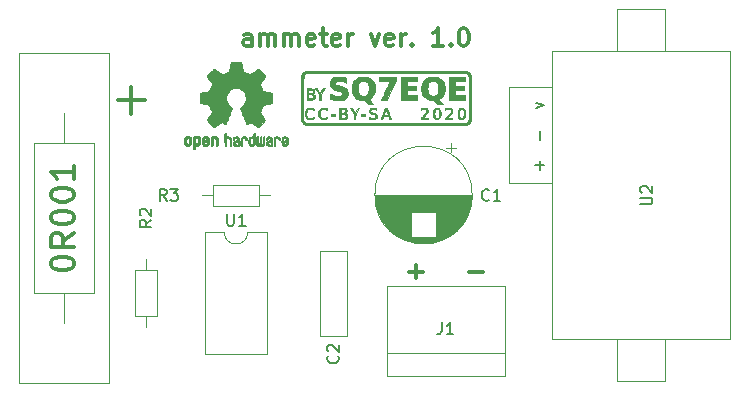
<source format=gbr>
%TF.GenerationSoftware,KiCad,Pcbnew,5.1.5+dfsg1-2build2*%
%TF.CreationDate,2020-09-04T09:29:52+02:00*%
%TF.ProjectId,amp-meter-dc,616d702d-6d65-4746-9572-2d64632e6b69,rev?*%
%TF.SameCoordinates,PX1dac6f8PY6049a88*%
%TF.FileFunction,Legend,Top*%
%TF.FilePolarity,Positive*%
%FSLAX46Y46*%
G04 Gerber Fmt 4.6, Leading zero omitted, Abs format (unit mm)*
G04 Created by KiCad (PCBNEW 5.1.5+dfsg1-2build2) date 2020-09-04 09:29:52*
%MOMM*%
%LPD*%
G04 APERTURE LIST*
%ADD10C,0.300000*%
%ADD11C,0.120000*%
%ADD12C,0.010000*%
%ADD13C,0.150000*%
%ADD14C,3.102000*%
%ADD15R,1.626000X1.626000*%
%ADD16C,1.626000*%
%ADD17R,1.702000X1.702000*%
%ADD18C,1.702000*%
%ADD19C,1.502000*%
%ADD20O,1.502000X1.502000*%
%ADD21O,1.702000X1.702000*%
G04 APERTURE END LIST*
D10*
X9017142Y24550715D02*
X11302857Y24550715D01*
X10160000Y23407858D02*
X10160000Y25693572D01*
X20388571Y29166429D02*
X20388571Y29952143D01*
X20317142Y30095000D01*
X20174285Y30166429D01*
X19888571Y30166429D01*
X19745714Y30095000D01*
X20388571Y29237858D02*
X20245714Y29166429D01*
X19888571Y29166429D01*
X19745714Y29237858D01*
X19674285Y29380715D01*
X19674285Y29523572D01*
X19745714Y29666429D01*
X19888571Y29737858D01*
X20245714Y29737858D01*
X20388571Y29809286D01*
X21102857Y29166429D02*
X21102857Y30166429D01*
X21102857Y30023572D02*
X21174285Y30095000D01*
X21317142Y30166429D01*
X21531428Y30166429D01*
X21674285Y30095000D01*
X21745714Y29952143D01*
X21745714Y29166429D01*
X21745714Y29952143D02*
X21817142Y30095000D01*
X21960000Y30166429D01*
X22174285Y30166429D01*
X22317142Y30095000D01*
X22388571Y29952143D01*
X22388571Y29166429D01*
X23102857Y29166429D02*
X23102857Y30166429D01*
X23102857Y30023572D02*
X23174285Y30095000D01*
X23317142Y30166429D01*
X23531428Y30166429D01*
X23674285Y30095000D01*
X23745714Y29952143D01*
X23745714Y29166429D01*
X23745714Y29952143D02*
X23817142Y30095000D01*
X23960000Y30166429D01*
X24174285Y30166429D01*
X24317142Y30095000D01*
X24388571Y29952143D01*
X24388571Y29166429D01*
X25674285Y29237858D02*
X25531428Y29166429D01*
X25245714Y29166429D01*
X25102857Y29237858D01*
X25031428Y29380715D01*
X25031428Y29952143D01*
X25102857Y30095000D01*
X25245714Y30166429D01*
X25531428Y30166429D01*
X25674285Y30095000D01*
X25745714Y29952143D01*
X25745714Y29809286D01*
X25031428Y29666429D01*
X26174285Y30166429D02*
X26745714Y30166429D01*
X26388571Y30666429D02*
X26388571Y29380715D01*
X26460000Y29237858D01*
X26602857Y29166429D01*
X26745714Y29166429D01*
X27817142Y29237858D02*
X27674285Y29166429D01*
X27388571Y29166429D01*
X27245714Y29237858D01*
X27174285Y29380715D01*
X27174285Y29952143D01*
X27245714Y30095000D01*
X27388571Y30166429D01*
X27674285Y30166429D01*
X27817142Y30095000D01*
X27888571Y29952143D01*
X27888571Y29809286D01*
X27174285Y29666429D01*
X28531428Y29166429D02*
X28531428Y30166429D01*
X28531428Y29880715D02*
X28602857Y30023572D01*
X28674285Y30095000D01*
X28817142Y30166429D01*
X28960000Y30166429D01*
X30460000Y30166429D02*
X30817142Y29166429D01*
X31174285Y30166429D01*
X32317142Y29237858D02*
X32174285Y29166429D01*
X31888571Y29166429D01*
X31745714Y29237858D01*
X31674285Y29380715D01*
X31674285Y29952143D01*
X31745714Y30095000D01*
X31888571Y30166429D01*
X32174285Y30166429D01*
X32317142Y30095000D01*
X32388571Y29952143D01*
X32388571Y29809286D01*
X31674285Y29666429D01*
X33031428Y29166429D02*
X33031428Y30166429D01*
X33031428Y29880715D02*
X33102857Y30023572D01*
X33174285Y30095000D01*
X33317142Y30166429D01*
X33460000Y30166429D01*
X33960000Y29309286D02*
X34031428Y29237858D01*
X33960000Y29166429D01*
X33888571Y29237858D01*
X33960000Y29309286D01*
X33960000Y29166429D01*
X36602857Y29166429D02*
X35745714Y29166429D01*
X36174285Y29166429D02*
X36174285Y30666429D01*
X36031428Y30452143D01*
X35888571Y30309286D01*
X35745714Y30237858D01*
X37245714Y29309286D02*
X37317142Y29237858D01*
X37245714Y29166429D01*
X37174285Y29237858D01*
X37245714Y29309286D01*
X37245714Y29166429D01*
X38245714Y30666429D02*
X38388571Y30666429D01*
X38531428Y30595000D01*
X38602857Y30523572D01*
X38674285Y30380715D01*
X38745714Y30095000D01*
X38745714Y29737858D01*
X38674285Y29452143D01*
X38602857Y29309286D01*
X38531428Y29237858D01*
X38388571Y29166429D01*
X38245714Y29166429D01*
X38102857Y29237858D01*
X38031428Y29309286D01*
X37960000Y29452143D01*
X37888571Y29737858D01*
X37888571Y30095000D01*
X37960000Y30380715D01*
X38031428Y30523572D01*
X38102857Y30595000D01*
X38245714Y30666429D01*
X38798571Y10052858D02*
X39941428Y10052858D01*
X33718571Y10052858D02*
X34861428Y10052858D01*
X34290000Y9481429D02*
X34290000Y10624286D01*
D11*
%TO.C,U2*%
X42164000Y25654000D02*
X45720000Y25654000D01*
X42164000Y17526000D02*
X42164000Y25654000D01*
X42164000Y17526000D02*
X45720000Y17526000D01*
X55372000Y32258000D02*
X55372000Y28702000D01*
X51308000Y32258000D02*
X55372000Y32258000D01*
X51308000Y28702000D02*
X51308000Y32258000D01*
X55372000Y762000D02*
X55372000Y4318000D01*
X51308000Y762000D02*
X55372000Y762000D01*
X51308000Y4318000D02*
X51308000Y762000D01*
X45840000Y28702000D02*
X45840000Y4318000D01*
X60840000Y28702000D02*
X45840000Y28702000D01*
X60840000Y4318000D02*
X60840000Y28702000D01*
X45840000Y4318000D02*
X60840000Y4318000D01*
%TO.C,R1*%
X4445000Y8255000D02*
X4445000Y5715000D01*
X4445000Y23495000D02*
X4445000Y20955000D01*
X1905000Y20955000D02*
X4445000Y20955000D01*
X1905000Y8255000D02*
X1905000Y20955000D01*
X6985000Y8255000D02*
X1905000Y8255000D01*
X6985000Y20955000D02*
X6985000Y8255000D01*
X4445000Y20955000D02*
X6985000Y20955000D01*
X8255000Y28575000D02*
X8255000Y635000D01*
X8255000Y635000D02*
X635000Y635000D01*
X635000Y635000D02*
X635000Y28575000D01*
X635000Y28575000D02*
X8255000Y28575000D01*
D12*
%TO.C,G2*%
G36*
X19189878Y27842224D02*
G01*
X19295612Y27841645D01*
X19372132Y27840078D01*
X19424372Y27837028D01*
X19457263Y27832004D01*
X19475737Y27824511D01*
X19484727Y27814056D01*
X19489163Y27800147D01*
X19489594Y27798346D01*
X19496333Y27765855D01*
X19508808Y27701748D01*
X19525719Y27612849D01*
X19545771Y27505981D01*
X19567664Y27387967D01*
X19568429Y27383822D01*
X19590359Y27268169D01*
X19610877Y27165986D01*
X19628659Y27083402D01*
X19642381Y27026544D01*
X19650718Y27001542D01*
X19651116Y27001099D01*
X19675677Y26988890D01*
X19726315Y26968544D01*
X19792095Y26944455D01*
X19792461Y26944326D01*
X19875317Y26913182D01*
X19973000Y26873509D01*
X20065077Y26833619D01*
X20069434Y26831647D01*
X20219407Y26763580D01*
X20551498Y26990361D01*
X20653374Y27059496D01*
X20745657Y27121303D01*
X20823003Y27172267D01*
X20880064Y27208873D01*
X20911495Y27227606D01*
X20914479Y27228996D01*
X20937321Y27222810D01*
X20979982Y27192965D01*
X21044128Y27138053D01*
X21131421Y27056666D01*
X21220535Y26970078D01*
X21306441Y26884753D01*
X21383327Y26806892D01*
X21446564Y26741303D01*
X21491523Y26692795D01*
X21513576Y26666175D01*
X21514396Y26664805D01*
X21516834Y26646537D01*
X21507650Y26616705D01*
X21484574Y26571279D01*
X21445337Y26506230D01*
X21387670Y26417530D01*
X21310795Y26303343D01*
X21242570Y26202838D01*
X21181582Y26112697D01*
X21131356Y26038151D01*
X21095416Y25984435D01*
X21077287Y25956782D01*
X21076146Y25954905D01*
X21078359Y25928410D01*
X21095138Y25876914D01*
X21123142Y25810149D01*
X21133122Y25788828D01*
X21176672Y25693841D01*
X21223134Y25586063D01*
X21260877Y25492808D01*
X21288073Y25423594D01*
X21309675Y25370994D01*
X21322158Y25343503D01*
X21323709Y25341384D01*
X21346668Y25337876D01*
X21400786Y25328262D01*
X21478868Y25313911D01*
X21573719Y25296193D01*
X21678143Y25276475D01*
X21784944Y25256126D01*
X21886926Y25236514D01*
X21976894Y25219009D01*
X22047653Y25204978D01*
X22092006Y25195791D01*
X22102885Y25193193D01*
X22114122Y25186782D01*
X22122605Y25172303D01*
X22128714Y25144867D01*
X22132832Y25099589D01*
X22135341Y25031580D01*
X22136621Y24935953D01*
X22137054Y24807820D01*
X22137077Y24755299D01*
X22137077Y24328155D01*
X22034500Y24307909D01*
X21977431Y24296930D01*
X21892269Y24280905D01*
X21789372Y24261767D01*
X21679096Y24241449D01*
X21648615Y24235868D01*
X21546855Y24216083D01*
X21458205Y24196627D01*
X21390108Y24179303D01*
X21350004Y24165912D01*
X21343323Y24161921D01*
X21326919Y24133658D01*
X21303399Y24078891D01*
X21277316Y24008412D01*
X21272142Y23993231D01*
X21237956Y23899104D01*
X21195523Y23792899D01*
X21153997Y23697527D01*
X21153792Y23697084D01*
X21084640Y23547475D01*
X21539512Y22878383D01*
X21247500Y22585884D01*
X21159180Y22498830D01*
X21078625Y22422091D01*
X21010360Y22359763D01*
X20958908Y22315944D01*
X20928794Y22294730D01*
X20924474Y22293384D01*
X20899111Y22303984D01*
X20847358Y22333453D01*
X20774868Y22378295D01*
X20687294Y22435016D01*
X20592612Y22498538D01*
X20496516Y22563332D01*
X20410837Y22619713D01*
X20341016Y22664212D01*
X20292494Y22693361D01*
X20270782Y22703692D01*
X20244293Y22694950D01*
X20194062Y22671913D01*
X20130451Y22639369D01*
X20123708Y22635751D01*
X20038046Y22592790D01*
X19979306Y22571721D01*
X19942772Y22571497D01*
X19923731Y22591072D01*
X19923620Y22591346D01*
X19914102Y22614528D01*
X19891403Y22669559D01*
X19857282Y22752178D01*
X19813500Y22858128D01*
X19761816Y22983148D01*
X19703992Y23122980D01*
X19647991Y23258363D01*
X19586447Y23407766D01*
X19529939Y23546168D01*
X19480161Y23669327D01*
X19438806Y23772998D01*
X19407568Y23852941D01*
X19388141Y23904912D01*
X19382154Y23924308D01*
X19397168Y23946557D01*
X19436439Y23982018D01*
X19488807Y24021113D01*
X19637941Y24144755D01*
X19754511Y24286478D01*
X19837118Y24443296D01*
X19884366Y24612225D01*
X19894857Y24790278D01*
X19887231Y24872461D01*
X19845682Y25042969D01*
X19774123Y25193541D01*
X19676995Y25322691D01*
X19558734Y25428936D01*
X19423780Y25510790D01*
X19276571Y25566768D01*
X19121544Y25595385D01*
X18963139Y25595156D01*
X18805794Y25564595D01*
X18653946Y25502218D01*
X18512035Y25406540D01*
X18452803Y25352428D01*
X18339203Y25213480D01*
X18260106Y25061639D01*
X18214986Y24901333D01*
X18203316Y24736988D01*
X18224569Y24573029D01*
X18278220Y24413882D01*
X18363740Y24263975D01*
X18480605Y24127733D01*
X18611193Y24021113D01*
X18665588Y23980358D01*
X18704014Y23945282D01*
X18717846Y23924274D01*
X18710603Y23901365D01*
X18690005Y23846635D01*
X18657746Y23764328D01*
X18615521Y23658685D01*
X18565023Y23533950D01*
X18507948Y23394364D01*
X18451854Y23258330D01*
X18389967Y23108799D01*
X18332644Y22970233D01*
X18281644Y22846893D01*
X18238727Y22743036D01*
X18205653Y22662920D01*
X18184181Y22610805D01*
X18176225Y22591346D01*
X18157429Y22571577D01*
X18121074Y22571635D01*
X18062479Y22592559D01*
X17976968Y22635387D01*
X17976292Y22635751D01*
X17911907Y22668988D01*
X17859861Y22693198D01*
X17830512Y22703596D01*
X17829217Y22703692D01*
X17807124Y22693145D01*
X17758348Y22663816D01*
X17688331Y22619173D01*
X17602514Y22562686D01*
X17507388Y22498538D01*
X17410540Y22433589D01*
X17323253Y22377104D01*
X17251181Y22332579D01*
X17199977Y22303510D01*
X17175526Y22293384D01*
X17153010Y22306693D01*
X17107742Y22343888D01*
X17044244Y22400872D01*
X16967039Y22473551D01*
X16880651Y22557829D01*
X16852399Y22585984D01*
X16560287Y22878584D01*
X16782631Y23204896D01*
X16850202Y23305103D01*
X16909507Y23395037D01*
X16957217Y23469490D01*
X16990007Y23523249D01*
X17004548Y23551106D01*
X17004974Y23553088D01*
X16997308Y23579345D01*
X16976689Y23632163D01*
X16946685Y23702690D01*
X16925625Y23749907D01*
X16886248Y23840306D01*
X16849165Y23931634D01*
X16820415Y24008800D01*
X16812605Y24032308D01*
X16790417Y24095084D01*
X16768727Y24143589D01*
X16756813Y24161921D01*
X16730523Y24173141D01*
X16673142Y24189046D01*
X16592118Y24207833D01*
X16494895Y24227701D01*
X16451385Y24235868D01*
X16340896Y24256171D01*
X16234916Y24275830D01*
X16143801Y24292912D01*
X16077908Y24305482D01*
X16065500Y24307909D01*
X15962923Y24328155D01*
X15962923Y24755299D01*
X15963153Y24895754D01*
X15964099Y25002021D01*
X15966141Y25078987D01*
X15969662Y25131540D01*
X15975043Y25164567D01*
X15982666Y25182955D01*
X15992912Y25191592D01*
X15997115Y25193193D01*
X16022470Y25198873D01*
X16078484Y25210205D01*
X16157964Y25225821D01*
X16253712Y25244353D01*
X16358533Y25264431D01*
X16465232Y25284688D01*
X16566613Y25303754D01*
X16655479Y25320261D01*
X16724637Y25332841D01*
X16766889Y25340125D01*
X16776290Y25341384D01*
X16784807Y25358237D01*
X16803660Y25403130D01*
X16829324Y25467570D01*
X16839123Y25492808D01*
X16878648Y25590314D01*
X16925192Y25698041D01*
X16966877Y25788828D01*
X16997550Y25858247D01*
X17017956Y25915290D01*
X17024768Y25950223D01*
X17023682Y25954905D01*
X17009285Y25977009D01*
X16976412Y26026169D01*
X16928590Y26097152D01*
X16869348Y26184722D01*
X16802215Y26283643D01*
X16788941Y26303170D01*
X16711046Y26418860D01*
X16653787Y26506956D01*
X16614881Y26571514D01*
X16592044Y26616589D01*
X16582994Y26646237D01*
X16585448Y26664515D01*
X16585511Y26664631D01*
X16604827Y26688639D01*
X16647551Y26735053D01*
X16709051Y26799063D01*
X16784698Y26875855D01*
X16869861Y26960618D01*
X16879465Y26970078D01*
X16986790Y27074011D01*
X17069615Y27150325D01*
X17129605Y27200429D01*
X17168423Y27225730D01*
X17185520Y27228996D01*
X17210473Y27214750D01*
X17262255Y27181844D01*
X17335520Y27133792D01*
X17424920Y27074110D01*
X17525111Y27006312D01*
X17548501Y26990361D01*
X17880593Y26763580D01*
X18030565Y26831647D01*
X18121770Y26871315D01*
X18219669Y26911209D01*
X18303831Y26943017D01*
X18307538Y26944326D01*
X18373369Y26968424D01*
X18424116Y26988800D01*
X18448842Y27001064D01*
X18448884Y27001099D01*
X18456729Y27023266D01*
X18470066Y27077783D01*
X18487570Y27158520D01*
X18507917Y27259350D01*
X18529782Y27374144D01*
X18531571Y27383822D01*
X18553504Y27502096D01*
X18573640Y27609458D01*
X18590680Y27699083D01*
X18603328Y27764149D01*
X18610284Y27797832D01*
X18610406Y27798346D01*
X18614639Y27812675D01*
X18622871Y27823493D01*
X18640033Y27831294D01*
X18671058Y27836571D01*
X18720878Y27839818D01*
X18794424Y27841528D01*
X18896629Y27842193D01*
X19032425Y27842307D01*
X19050000Y27842308D01*
X19189878Y27842224D01*
G37*
X19189878Y27842224D02*
X19295612Y27841645D01*
X19372132Y27840078D01*
X19424372Y27837028D01*
X19457263Y27832004D01*
X19475737Y27824511D01*
X19484727Y27814056D01*
X19489163Y27800147D01*
X19489594Y27798346D01*
X19496333Y27765855D01*
X19508808Y27701748D01*
X19525719Y27612849D01*
X19545771Y27505981D01*
X19567664Y27387967D01*
X19568429Y27383822D01*
X19590359Y27268169D01*
X19610877Y27165986D01*
X19628659Y27083402D01*
X19642381Y27026544D01*
X19650718Y27001542D01*
X19651116Y27001099D01*
X19675677Y26988890D01*
X19726315Y26968544D01*
X19792095Y26944455D01*
X19792461Y26944326D01*
X19875317Y26913182D01*
X19973000Y26873509D01*
X20065077Y26833619D01*
X20069434Y26831647D01*
X20219407Y26763580D01*
X20551498Y26990361D01*
X20653374Y27059496D01*
X20745657Y27121303D01*
X20823003Y27172267D01*
X20880064Y27208873D01*
X20911495Y27227606D01*
X20914479Y27228996D01*
X20937321Y27222810D01*
X20979982Y27192965D01*
X21044128Y27138053D01*
X21131421Y27056666D01*
X21220535Y26970078D01*
X21306441Y26884753D01*
X21383327Y26806892D01*
X21446564Y26741303D01*
X21491523Y26692795D01*
X21513576Y26666175D01*
X21514396Y26664805D01*
X21516834Y26646537D01*
X21507650Y26616705D01*
X21484574Y26571279D01*
X21445337Y26506230D01*
X21387670Y26417530D01*
X21310795Y26303343D01*
X21242570Y26202838D01*
X21181582Y26112697D01*
X21131356Y26038151D01*
X21095416Y25984435D01*
X21077287Y25956782D01*
X21076146Y25954905D01*
X21078359Y25928410D01*
X21095138Y25876914D01*
X21123142Y25810149D01*
X21133122Y25788828D01*
X21176672Y25693841D01*
X21223134Y25586063D01*
X21260877Y25492808D01*
X21288073Y25423594D01*
X21309675Y25370994D01*
X21322158Y25343503D01*
X21323709Y25341384D01*
X21346668Y25337876D01*
X21400786Y25328262D01*
X21478868Y25313911D01*
X21573719Y25296193D01*
X21678143Y25276475D01*
X21784944Y25256126D01*
X21886926Y25236514D01*
X21976894Y25219009D01*
X22047653Y25204978D01*
X22092006Y25195791D01*
X22102885Y25193193D01*
X22114122Y25186782D01*
X22122605Y25172303D01*
X22128714Y25144867D01*
X22132832Y25099589D01*
X22135341Y25031580D01*
X22136621Y24935953D01*
X22137054Y24807820D01*
X22137077Y24755299D01*
X22137077Y24328155D01*
X22034500Y24307909D01*
X21977431Y24296930D01*
X21892269Y24280905D01*
X21789372Y24261767D01*
X21679096Y24241449D01*
X21648615Y24235868D01*
X21546855Y24216083D01*
X21458205Y24196627D01*
X21390108Y24179303D01*
X21350004Y24165912D01*
X21343323Y24161921D01*
X21326919Y24133658D01*
X21303399Y24078891D01*
X21277316Y24008412D01*
X21272142Y23993231D01*
X21237956Y23899104D01*
X21195523Y23792899D01*
X21153997Y23697527D01*
X21153792Y23697084D01*
X21084640Y23547475D01*
X21539512Y22878383D01*
X21247500Y22585884D01*
X21159180Y22498830D01*
X21078625Y22422091D01*
X21010360Y22359763D01*
X20958908Y22315944D01*
X20928794Y22294730D01*
X20924474Y22293384D01*
X20899111Y22303984D01*
X20847358Y22333453D01*
X20774868Y22378295D01*
X20687294Y22435016D01*
X20592612Y22498538D01*
X20496516Y22563332D01*
X20410837Y22619713D01*
X20341016Y22664212D01*
X20292494Y22693361D01*
X20270782Y22703692D01*
X20244293Y22694950D01*
X20194062Y22671913D01*
X20130451Y22639369D01*
X20123708Y22635751D01*
X20038046Y22592790D01*
X19979306Y22571721D01*
X19942772Y22571497D01*
X19923731Y22591072D01*
X19923620Y22591346D01*
X19914102Y22614528D01*
X19891403Y22669559D01*
X19857282Y22752178D01*
X19813500Y22858128D01*
X19761816Y22983148D01*
X19703992Y23122980D01*
X19647991Y23258363D01*
X19586447Y23407766D01*
X19529939Y23546168D01*
X19480161Y23669327D01*
X19438806Y23772998D01*
X19407568Y23852941D01*
X19388141Y23904912D01*
X19382154Y23924308D01*
X19397168Y23946557D01*
X19436439Y23982018D01*
X19488807Y24021113D01*
X19637941Y24144755D01*
X19754511Y24286478D01*
X19837118Y24443296D01*
X19884366Y24612225D01*
X19894857Y24790278D01*
X19887231Y24872461D01*
X19845682Y25042969D01*
X19774123Y25193541D01*
X19676995Y25322691D01*
X19558734Y25428936D01*
X19423780Y25510790D01*
X19276571Y25566768D01*
X19121544Y25595385D01*
X18963139Y25595156D01*
X18805794Y25564595D01*
X18653946Y25502218D01*
X18512035Y25406540D01*
X18452803Y25352428D01*
X18339203Y25213480D01*
X18260106Y25061639D01*
X18214986Y24901333D01*
X18203316Y24736988D01*
X18224569Y24573029D01*
X18278220Y24413882D01*
X18363740Y24263975D01*
X18480605Y24127733D01*
X18611193Y24021113D01*
X18665588Y23980358D01*
X18704014Y23945282D01*
X18717846Y23924274D01*
X18710603Y23901365D01*
X18690005Y23846635D01*
X18657746Y23764328D01*
X18615521Y23658685D01*
X18565023Y23533950D01*
X18507948Y23394364D01*
X18451854Y23258330D01*
X18389967Y23108799D01*
X18332644Y22970233D01*
X18281644Y22846893D01*
X18238727Y22743036D01*
X18205653Y22662920D01*
X18184181Y22610805D01*
X18176225Y22591346D01*
X18157429Y22571577D01*
X18121074Y22571635D01*
X18062479Y22592559D01*
X17976968Y22635387D01*
X17976292Y22635751D01*
X17911907Y22668988D01*
X17859861Y22693198D01*
X17830512Y22703596D01*
X17829217Y22703692D01*
X17807124Y22693145D01*
X17758348Y22663816D01*
X17688331Y22619173D01*
X17602514Y22562686D01*
X17507388Y22498538D01*
X17410540Y22433589D01*
X17323253Y22377104D01*
X17251181Y22332579D01*
X17199977Y22303510D01*
X17175526Y22293384D01*
X17153010Y22306693D01*
X17107742Y22343888D01*
X17044244Y22400872D01*
X16967039Y22473551D01*
X16880651Y22557829D01*
X16852399Y22585984D01*
X16560287Y22878584D01*
X16782631Y23204896D01*
X16850202Y23305103D01*
X16909507Y23395037D01*
X16957217Y23469490D01*
X16990007Y23523249D01*
X17004548Y23551106D01*
X17004974Y23553088D01*
X16997308Y23579345D01*
X16976689Y23632163D01*
X16946685Y23702690D01*
X16925625Y23749907D01*
X16886248Y23840306D01*
X16849165Y23931634D01*
X16820415Y24008800D01*
X16812605Y24032308D01*
X16790417Y24095084D01*
X16768727Y24143589D01*
X16756813Y24161921D01*
X16730523Y24173141D01*
X16673142Y24189046D01*
X16592118Y24207833D01*
X16494895Y24227701D01*
X16451385Y24235868D01*
X16340896Y24256171D01*
X16234916Y24275830D01*
X16143801Y24292912D01*
X16077908Y24305482D01*
X16065500Y24307909D01*
X15962923Y24328155D01*
X15962923Y24755299D01*
X15963153Y24895754D01*
X15964099Y25002021D01*
X15966141Y25078987D01*
X15969662Y25131540D01*
X15975043Y25164567D01*
X15982666Y25182955D01*
X15992912Y25191592D01*
X15997115Y25193193D01*
X16022470Y25198873D01*
X16078484Y25210205D01*
X16157964Y25225821D01*
X16253712Y25244353D01*
X16358533Y25264431D01*
X16465232Y25284688D01*
X16566613Y25303754D01*
X16655479Y25320261D01*
X16724637Y25332841D01*
X16766889Y25340125D01*
X16776290Y25341384D01*
X16784807Y25358237D01*
X16803660Y25403130D01*
X16829324Y25467570D01*
X16839123Y25492808D01*
X16878648Y25590314D01*
X16925192Y25698041D01*
X16966877Y25788828D01*
X16997550Y25858247D01*
X17017956Y25915290D01*
X17024768Y25950223D01*
X17023682Y25954905D01*
X17009285Y25977009D01*
X16976412Y26026169D01*
X16928590Y26097152D01*
X16869348Y26184722D01*
X16802215Y26283643D01*
X16788941Y26303170D01*
X16711046Y26418860D01*
X16653787Y26506956D01*
X16614881Y26571514D01*
X16592044Y26616589D01*
X16582994Y26646237D01*
X16585448Y26664515D01*
X16585511Y26664631D01*
X16604827Y26688639D01*
X16647551Y26735053D01*
X16709051Y26799063D01*
X16784698Y26875855D01*
X16869861Y26960618D01*
X16879465Y26970078D01*
X16986790Y27074011D01*
X17069615Y27150325D01*
X17129605Y27200429D01*
X17168423Y27225730D01*
X17185520Y27228996D01*
X17210473Y27214750D01*
X17262255Y27181844D01*
X17335520Y27133792D01*
X17424920Y27074110D01*
X17525111Y27006312D01*
X17548501Y26990361D01*
X17880593Y26763580D01*
X18030565Y26831647D01*
X18121770Y26871315D01*
X18219669Y26911209D01*
X18303831Y26943017D01*
X18307538Y26944326D01*
X18373369Y26968424D01*
X18424116Y26988800D01*
X18448842Y27001064D01*
X18448884Y27001099D01*
X18456729Y27023266D01*
X18470066Y27077783D01*
X18487570Y27158520D01*
X18507917Y27259350D01*
X18529782Y27374144D01*
X18531571Y27383822D01*
X18553504Y27502096D01*
X18573640Y27609458D01*
X18590680Y27699083D01*
X18603328Y27764149D01*
X18610284Y27797832D01*
X18610406Y27798346D01*
X18614639Y27812675D01*
X18622871Y27823493D01*
X18640033Y27831294D01*
X18671058Y27836571D01*
X18720878Y27839818D01*
X18794424Y27841528D01*
X18896629Y27842193D01*
X19032425Y27842307D01*
X19050000Y27842308D01*
X19189878Y27842224D01*
G36*
X23295224Y21482162D02*
G01*
X23372528Y21431639D01*
X23409814Y21386410D01*
X23439353Y21304337D01*
X23441699Y21239393D01*
X23436385Y21152555D01*
X23236115Y21064897D01*
X23138739Y21020113D01*
X23075113Y20984087D01*
X23042029Y20952883D01*
X23036280Y20922564D01*
X23054658Y20889195D01*
X23074923Y20867077D01*
X23133889Y20831607D01*
X23198024Y20829121D01*
X23256926Y20856765D01*
X23300197Y20911680D01*
X23307936Y20931072D01*
X23345006Y20991636D01*
X23387654Y21017448D01*
X23446154Y21039529D01*
X23446154Y20955816D01*
X23440982Y20898850D01*
X23420723Y20850811D01*
X23378262Y20795654D01*
X23371951Y20788486D01*
X23324720Y20739415D01*
X23284121Y20713080D01*
X23233328Y20700965D01*
X23191220Y20696997D01*
X23115902Y20696009D01*
X23062286Y20708534D01*
X23028838Y20727131D01*
X22976268Y20768025D01*
X22939879Y20812252D01*
X22916850Y20867874D01*
X22904359Y20942953D01*
X22899587Y21045551D01*
X22899206Y21097624D01*
X22900501Y21160052D01*
X23018471Y21160052D01*
X23019839Y21126562D01*
X23023249Y21121077D01*
X23045753Y21128528D01*
X23094182Y21148247D01*
X23158908Y21176282D01*
X23172443Y21182308D01*
X23254244Y21223904D01*
X23299312Y21260462D01*
X23309217Y21294704D01*
X23285526Y21329352D01*
X23265960Y21344661D01*
X23195360Y21375279D01*
X23129280Y21370220D01*
X23073959Y21332849D01*
X23035636Y21266527D01*
X23023349Y21213884D01*
X23018471Y21160052D01*
X22900501Y21160052D01*
X22901730Y21219280D01*
X22911032Y21309290D01*
X22929460Y21374833D01*
X22959360Y21423088D01*
X23003080Y21461233D01*
X23022141Y21473560D01*
X23108726Y21505664D01*
X23203522Y21507684D01*
X23295224Y21482162D01*
G37*
X23295224Y21482162D02*
X23372528Y21431639D01*
X23409814Y21386410D01*
X23439353Y21304337D01*
X23441699Y21239393D01*
X23436385Y21152555D01*
X23236115Y21064897D01*
X23138739Y21020113D01*
X23075113Y20984087D01*
X23042029Y20952883D01*
X23036280Y20922564D01*
X23054658Y20889195D01*
X23074923Y20867077D01*
X23133889Y20831607D01*
X23198024Y20829121D01*
X23256926Y20856765D01*
X23300197Y20911680D01*
X23307936Y20931072D01*
X23345006Y20991636D01*
X23387654Y21017448D01*
X23446154Y21039529D01*
X23446154Y20955816D01*
X23440982Y20898850D01*
X23420723Y20850811D01*
X23378262Y20795654D01*
X23371951Y20788486D01*
X23324720Y20739415D01*
X23284121Y20713080D01*
X23233328Y20700965D01*
X23191220Y20696997D01*
X23115902Y20696009D01*
X23062286Y20708534D01*
X23028838Y20727131D01*
X22976268Y20768025D01*
X22939879Y20812252D01*
X22916850Y20867874D01*
X22904359Y20942953D01*
X22899587Y21045551D01*
X22899206Y21097624D01*
X22900501Y21160052D01*
X23018471Y21160052D01*
X23019839Y21126562D01*
X23023249Y21121077D01*
X23045753Y21128528D01*
X23094182Y21148247D01*
X23158908Y21176282D01*
X23172443Y21182308D01*
X23254244Y21223904D01*
X23299312Y21260462D01*
X23309217Y21294704D01*
X23285526Y21329352D01*
X23265960Y21344661D01*
X23195360Y21375279D01*
X23129280Y21370220D01*
X23073959Y21332849D01*
X23035636Y21266527D01*
X23023349Y21213884D01*
X23018471Y21160052D01*
X22900501Y21160052D01*
X22901730Y21219280D01*
X22911032Y21309290D01*
X22929460Y21374833D01*
X22959360Y21423088D01*
X23003080Y21461233D01*
X23022141Y21473560D01*
X23108726Y21505664D01*
X23203522Y21507684D01*
X23295224Y21482162D01*
G36*
X22620807Y21493218D02*
G01*
X22644161Y21483012D01*
X22699902Y21438866D01*
X22747569Y21375033D01*
X22777048Y21306913D01*
X22781846Y21273330D01*
X22765760Y21226444D01*
X22730475Y21201635D01*
X22692644Y21186613D01*
X22675321Y21183845D01*
X22666886Y21203934D01*
X22650230Y21247649D01*
X22642923Y21267402D01*
X22601948Y21335729D01*
X22542622Y21369809D01*
X22466552Y21368761D01*
X22460918Y21367419D01*
X22420305Y21348164D01*
X22390448Y21310625D01*
X22370055Y21250191D01*
X22357836Y21162249D01*
X22352500Y21042187D01*
X22352000Y20978302D01*
X22351752Y20877597D01*
X22350126Y20808946D01*
X22345801Y20765327D01*
X22337454Y20739718D01*
X22323765Y20725097D01*
X22303411Y20714442D01*
X22302234Y20713905D01*
X22263038Y20697333D01*
X22243619Y20691231D01*
X22240635Y20709681D01*
X22238081Y20760677D01*
X22236140Y20837692D01*
X22234997Y20934195D01*
X22234769Y21004816D01*
X22235932Y21141475D01*
X22240479Y21245149D01*
X22249999Y21321892D01*
X22266081Y21377754D01*
X22290313Y21418788D01*
X22324286Y21451046D01*
X22357833Y21473560D01*
X22438499Y21503524D01*
X22532381Y21510282D01*
X22620807Y21493218D01*
G37*
X22620807Y21493218D02*
X22644161Y21483012D01*
X22699902Y21438866D01*
X22747569Y21375033D01*
X22777048Y21306913D01*
X22781846Y21273330D01*
X22765760Y21226444D01*
X22730475Y21201635D01*
X22692644Y21186613D01*
X22675321Y21183845D01*
X22666886Y21203934D01*
X22650230Y21247649D01*
X22642923Y21267402D01*
X22601948Y21335729D01*
X22542622Y21369809D01*
X22466552Y21368761D01*
X22460918Y21367419D01*
X22420305Y21348164D01*
X22390448Y21310625D01*
X22370055Y21250191D01*
X22357836Y21162249D01*
X22352500Y21042187D01*
X22352000Y20978302D01*
X22351752Y20877597D01*
X22350126Y20808946D01*
X22345801Y20765327D01*
X22337454Y20739718D01*
X22323765Y20725097D01*
X22303411Y20714442D01*
X22302234Y20713905D01*
X22263038Y20697333D01*
X22243619Y20691231D01*
X22240635Y20709681D01*
X22238081Y20760677D01*
X22236140Y20837692D01*
X22234997Y20934195D01*
X22234769Y21004816D01*
X22235932Y21141475D01*
X22240479Y21245149D01*
X22249999Y21321892D01*
X22266081Y21377754D01*
X22290313Y21418788D01*
X22324286Y21451046D01*
X22357833Y21473560D01*
X22438499Y21503524D01*
X22532381Y21510282D01*
X22620807Y21493218D01*
G36*
X21937333Y21496472D02*
G01*
X21993590Y21470883D01*
X22037747Y21439876D01*
X22070101Y21405205D01*
X22092438Y21360480D01*
X22106546Y21299308D01*
X22114211Y21215299D01*
X22117220Y21102060D01*
X22117538Y21027491D01*
X22117538Y20736580D01*
X22067773Y20713905D01*
X22028576Y20697333D01*
X22009157Y20691231D01*
X22005442Y20709390D01*
X22002495Y20758352D01*
X22000691Y20829847D01*
X22000308Y20886615D01*
X21998661Y20968629D01*
X21994222Y21033691D01*
X21987740Y21073533D01*
X21982590Y21082000D01*
X21947977Y21073354D01*
X21893640Y21051177D01*
X21830722Y21021114D01*
X21770368Y20988808D01*
X21723721Y20959902D01*
X21701926Y20940039D01*
X21701839Y20939825D01*
X21703714Y20903065D01*
X21720525Y20867974D01*
X21750039Y20839472D01*
X21793116Y20829939D01*
X21829932Y20831050D01*
X21882074Y20831867D01*
X21909444Y20819651D01*
X21925882Y20787376D01*
X21927955Y20781290D01*
X21935081Y20735261D01*
X21916024Y20707313D01*
X21866353Y20693993D01*
X21812697Y20691530D01*
X21716142Y20709790D01*
X21666159Y20735869D01*
X21604429Y20797132D01*
X21571690Y20872330D01*
X21568753Y20951789D01*
X21596424Y21025833D01*
X21638047Y21072231D01*
X21679604Y21098207D01*
X21744922Y21131093D01*
X21821038Y21164443D01*
X21833726Y21169539D01*
X21917333Y21206435D01*
X21965530Y21238954D01*
X21981030Y21271282D01*
X21966550Y21307606D01*
X21941692Y21336000D01*
X21882939Y21370961D01*
X21818293Y21373583D01*
X21759008Y21346642D01*
X21716339Y21292912D01*
X21710739Y21279050D01*
X21678133Y21228064D01*
X21630530Y21190213D01*
X21570461Y21159150D01*
X21570461Y21247232D01*
X21573997Y21301049D01*
X21589156Y21343466D01*
X21622768Y21388721D01*
X21655035Y21423580D01*
X21705209Y21472938D01*
X21744193Y21499453D01*
X21786064Y21510089D01*
X21833460Y21511846D01*
X21937333Y21496472D01*
G37*
X21937333Y21496472D02*
X21993590Y21470883D01*
X22037747Y21439876D01*
X22070101Y21405205D01*
X22092438Y21360480D01*
X22106546Y21299308D01*
X22114211Y21215299D01*
X22117220Y21102060D01*
X22117538Y21027491D01*
X22117538Y20736580D01*
X22067773Y20713905D01*
X22028576Y20697333D01*
X22009157Y20691231D01*
X22005442Y20709390D01*
X22002495Y20758352D01*
X22000691Y20829847D01*
X22000308Y20886615D01*
X21998661Y20968629D01*
X21994222Y21033691D01*
X21987740Y21073533D01*
X21982590Y21082000D01*
X21947977Y21073354D01*
X21893640Y21051177D01*
X21830722Y21021114D01*
X21770368Y20988808D01*
X21723721Y20959902D01*
X21701926Y20940039D01*
X21701839Y20939825D01*
X21703714Y20903065D01*
X21720525Y20867974D01*
X21750039Y20839472D01*
X21793116Y20829939D01*
X21829932Y20831050D01*
X21882074Y20831867D01*
X21909444Y20819651D01*
X21925882Y20787376D01*
X21927955Y20781290D01*
X21935081Y20735261D01*
X21916024Y20707313D01*
X21866353Y20693993D01*
X21812697Y20691530D01*
X21716142Y20709790D01*
X21666159Y20735869D01*
X21604429Y20797132D01*
X21571690Y20872330D01*
X21568753Y20951789D01*
X21596424Y21025833D01*
X21638047Y21072231D01*
X21679604Y21098207D01*
X21744922Y21131093D01*
X21821038Y21164443D01*
X21833726Y21169539D01*
X21917333Y21206435D01*
X21965530Y21238954D01*
X21981030Y21271282D01*
X21966550Y21307606D01*
X21941692Y21336000D01*
X21882939Y21370961D01*
X21818293Y21373583D01*
X21759008Y21346642D01*
X21716339Y21292912D01*
X21710739Y21279050D01*
X21678133Y21228064D01*
X21630530Y21190213D01*
X21570461Y21159150D01*
X21570461Y21247232D01*
X21573997Y21301049D01*
X21589156Y21343466D01*
X21622768Y21388721D01*
X21655035Y21423580D01*
X21705209Y21472938D01*
X21744193Y21499453D01*
X21786064Y21510089D01*
X21833460Y21511846D01*
X21937333Y21496472D01*
G36*
X21445929Y21493338D02*
G01*
X21448911Y21441932D01*
X21451247Y21363808D01*
X21452749Y21265143D01*
X21453231Y21161657D01*
X21453231Y20811467D01*
X21391401Y20749637D01*
X21348793Y20711538D01*
X21311390Y20696105D01*
X21260270Y20697082D01*
X21239978Y20699567D01*
X21176554Y20706800D01*
X21124095Y20710945D01*
X21111308Y20711328D01*
X21068199Y20708824D01*
X21006544Y20702538D01*
X20982638Y20699567D01*
X20923922Y20694972D01*
X20884464Y20704954D01*
X20845338Y20735772D01*
X20831215Y20749637D01*
X20769385Y20811467D01*
X20769385Y21466497D01*
X20819150Y21489171D01*
X20862002Y21505966D01*
X20887073Y21511846D01*
X20893501Y21493264D01*
X20899509Y21441345D01*
X20904697Y21361828D01*
X20908664Y21260454D01*
X20910577Y21174808D01*
X20915923Y20837769D01*
X20962560Y20831175D01*
X21004976Y20835786D01*
X21025760Y20850713D01*
X21031570Y20878623D01*
X21036530Y20938075D01*
X21040246Y21021534D01*
X21042324Y21121468D01*
X21042624Y21172896D01*
X21042923Y21468946D01*
X21104454Y21490396D01*
X21148004Y21504980D01*
X21171694Y21511781D01*
X21172377Y21511846D01*
X21174754Y21493358D01*
X21177366Y21442094D01*
X21179995Y21364351D01*
X21182421Y21266426D01*
X21184115Y21174808D01*
X21189461Y20837769D01*
X21306692Y20837769D01*
X21312072Y21145254D01*
X21317451Y21452739D01*
X21374601Y21482293D01*
X21416797Y21502587D01*
X21441770Y21511796D01*
X21442491Y21511846D01*
X21445929Y21493338D01*
G37*
X21445929Y21493338D02*
X21448911Y21441932D01*
X21451247Y21363808D01*
X21452749Y21265143D01*
X21453231Y21161657D01*
X21453231Y20811467D01*
X21391401Y20749637D01*
X21348793Y20711538D01*
X21311390Y20696105D01*
X21260270Y20697082D01*
X21239978Y20699567D01*
X21176554Y20706800D01*
X21124095Y20710945D01*
X21111308Y20711328D01*
X21068199Y20708824D01*
X21006544Y20702538D01*
X20982638Y20699567D01*
X20923922Y20694972D01*
X20884464Y20704954D01*
X20845338Y20735772D01*
X20831215Y20749637D01*
X20769385Y20811467D01*
X20769385Y21466497D01*
X20819150Y21489171D01*
X20862002Y21505966D01*
X20887073Y21511846D01*
X20893501Y21493264D01*
X20899509Y21441345D01*
X20904697Y21361828D01*
X20908664Y21260454D01*
X20910577Y21174808D01*
X20915923Y20837769D01*
X20962560Y20831175D01*
X21004976Y20835786D01*
X21025760Y20850713D01*
X21031570Y20878623D01*
X21036530Y20938075D01*
X21040246Y21021534D01*
X21042324Y21121468D01*
X21042624Y21172896D01*
X21042923Y21468946D01*
X21104454Y21490396D01*
X21148004Y21504980D01*
X21171694Y21511781D01*
X21172377Y21511846D01*
X21174754Y21493358D01*
X21177366Y21442094D01*
X21179995Y21364351D01*
X21182421Y21266426D01*
X21184115Y21174808D01*
X21189461Y20837769D01*
X21306692Y20837769D01*
X21312072Y21145254D01*
X21317451Y21452739D01*
X21374601Y21482293D01*
X21416797Y21502587D01*
X21441770Y21511796D01*
X21442491Y21511846D01*
X21445929Y21493338D01*
G36*
X20652081Y21349711D02*
G01*
X20651833Y21203680D01*
X20650872Y21091345D01*
X20648794Y21007322D01*
X20645193Y20946231D01*
X20639665Y20902691D01*
X20631804Y20871321D01*
X20621207Y20846738D01*
X20613182Y20832706D01*
X20546728Y20756612D01*
X20462470Y20708916D01*
X20369249Y20691801D01*
X20275900Y20707454D01*
X20220312Y20735582D01*
X20161957Y20784240D01*
X20122186Y20843667D01*
X20098190Y20921493D01*
X20087161Y21025348D01*
X20085599Y21101538D01*
X20085809Y21107014D01*
X20222308Y21107014D01*
X20223141Y21019645D01*
X20226961Y20961808D01*
X20235746Y20923971D01*
X20251474Y20896602D01*
X20270266Y20875958D01*
X20333375Y20836110D01*
X20401137Y20832705D01*
X20465179Y20865975D01*
X20470164Y20870483D01*
X20491439Y20893933D01*
X20504779Y20921834D01*
X20512001Y20963359D01*
X20514923Y21027684D01*
X20515385Y21098800D01*
X20514383Y21188142D01*
X20510238Y21247742D01*
X20501236Y21286911D01*
X20485667Y21314960D01*
X20472902Y21329856D01*
X20413600Y21367425D01*
X20345301Y21371943D01*
X20280110Y21343247D01*
X20267528Y21332594D01*
X20246111Y21308937D01*
X20232744Y21280749D01*
X20225566Y21238755D01*
X20222719Y21173681D01*
X20222308Y21107014D01*
X20085809Y21107014D01*
X20090322Y21224235D01*
X20106362Y21316423D01*
X20136528Y21385731D01*
X20183629Y21439789D01*
X20220312Y21467495D01*
X20286990Y21497428D01*
X20364272Y21511322D01*
X20436110Y21507603D01*
X20476308Y21492600D01*
X20492082Y21488330D01*
X20502550Y21504250D01*
X20509856Y21546911D01*
X20515385Y21611894D01*
X20521437Y21684268D01*
X20529844Y21727813D01*
X20545141Y21752713D01*
X20571864Y21769155D01*
X20588654Y21776436D01*
X20652154Y21803037D01*
X20652081Y21349711D01*
G37*
X20652081Y21349711D02*
X20651833Y21203680D01*
X20650872Y21091345D01*
X20648794Y21007322D01*
X20645193Y20946231D01*
X20639665Y20902691D01*
X20631804Y20871321D01*
X20621207Y20846738D01*
X20613182Y20832706D01*
X20546728Y20756612D01*
X20462470Y20708916D01*
X20369249Y20691801D01*
X20275900Y20707454D01*
X20220312Y20735582D01*
X20161957Y20784240D01*
X20122186Y20843667D01*
X20098190Y20921493D01*
X20087161Y21025348D01*
X20085599Y21101538D01*
X20085809Y21107014D01*
X20222308Y21107014D01*
X20223141Y21019645D01*
X20226961Y20961808D01*
X20235746Y20923971D01*
X20251474Y20896602D01*
X20270266Y20875958D01*
X20333375Y20836110D01*
X20401137Y20832705D01*
X20465179Y20865975D01*
X20470164Y20870483D01*
X20491439Y20893933D01*
X20504779Y20921834D01*
X20512001Y20963359D01*
X20514923Y21027684D01*
X20515385Y21098800D01*
X20514383Y21188142D01*
X20510238Y21247742D01*
X20501236Y21286911D01*
X20485667Y21314960D01*
X20472902Y21329856D01*
X20413600Y21367425D01*
X20345301Y21371943D01*
X20280110Y21343247D01*
X20267528Y21332594D01*
X20246111Y21308937D01*
X20232744Y21280749D01*
X20225566Y21238755D01*
X20222719Y21173681D01*
X20222308Y21107014D01*
X20085809Y21107014D01*
X20090322Y21224235D01*
X20106362Y21316423D01*
X20136528Y21385731D01*
X20183629Y21439789D01*
X20220312Y21467495D01*
X20286990Y21497428D01*
X20364272Y21511322D01*
X20436110Y21507603D01*
X20476308Y21492600D01*
X20492082Y21488330D01*
X20502550Y21504250D01*
X20509856Y21546911D01*
X20515385Y21611894D01*
X20521437Y21684268D01*
X20529844Y21727813D01*
X20545141Y21752713D01*
X20571864Y21769155D01*
X20588654Y21776436D01*
X20652154Y21803037D01*
X20652081Y21349711D01*
G36*
X19763362Y21505330D02*
G01*
X19852117Y21472579D01*
X19924022Y21414650D01*
X19952144Y21373872D01*
X19982802Y21299046D01*
X19982165Y21244942D01*
X19949987Y21208554D01*
X19938081Y21202367D01*
X19886675Y21183075D01*
X19860422Y21188018D01*
X19851530Y21220413D01*
X19851077Y21238308D01*
X19834797Y21304141D01*
X19792365Y21350193D01*
X19733388Y21372436D01*
X19667475Y21366839D01*
X19613895Y21337771D01*
X19595798Y21321190D01*
X19582971Y21301075D01*
X19574306Y21270668D01*
X19568696Y21223212D01*
X19565035Y21151950D01*
X19562215Y21050125D01*
X19561484Y21017885D01*
X19558820Y20907590D01*
X19555792Y20829964D01*
X19551250Y20778604D01*
X19544046Y20747110D01*
X19533033Y20729080D01*
X19517060Y20718112D01*
X19506834Y20713267D01*
X19463406Y20696699D01*
X19437842Y20691231D01*
X19429395Y20709493D01*
X19424239Y20764704D01*
X19422346Y20857501D01*
X19423689Y20988522D01*
X19424107Y21008731D01*
X19427058Y21128267D01*
X19430548Y21215551D01*
X19435514Y21277409D01*
X19442893Y21320664D01*
X19453624Y21352140D01*
X19468645Y21378661D01*
X19476502Y21390025D01*
X19521553Y21440308D01*
X19571940Y21479419D01*
X19578108Y21482833D01*
X19668458Y21509788D01*
X19763362Y21505330D01*
G37*
X19763362Y21505330D02*
X19852117Y21472579D01*
X19924022Y21414650D01*
X19952144Y21373872D01*
X19982802Y21299046D01*
X19982165Y21244942D01*
X19949987Y21208554D01*
X19938081Y21202367D01*
X19886675Y21183075D01*
X19860422Y21188018D01*
X19851530Y21220413D01*
X19851077Y21238308D01*
X19834797Y21304141D01*
X19792365Y21350193D01*
X19733388Y21372436D01*
X19667475Y21366839D01*
X19613895Y21337771D01*
X19595798Y21321190D01*
X19582971Y21301075D01*
X19574306Y21270668D01*
X19568696Y21223212D01*
X19565035Y21151950D01*
X19562215Y21050125D01*
X19561484Y21017885D01*
X19558820Y20907590D01*
X19555792Y20829964D01*
X19551250Y20778604D01*
X19544046Y20747110D01*
X19533033Y20729080D01*
X19517060Y20718112D01*
X19506834Y20713267D01*
X19463406Y20696699D01*
X19437842Y20691231D01*
X19429395Y20709493D01*
X19424239Y20764704D01*
X19422346Y20857501D01*
X19423689Y20988522D01*
X19424107Y21008731D01*
X19427058Y21128267D01*
X19430548Y21215551D01*
X19435514Y21277409D01*
X19442893Y21320664D01*
X19453624Y21352140D01*
X19468645Y21378661D01*
X19476502Y21390025D01*
X19521553Y21440308D01*
X19571940Y21479419D01*
X19578108Y21482833D01*
X19668458Y21509788D01*
X19763362Y21505330D01*
G36*
X19103501Y21503697D02*
G01*
X19180060Y21475267D01*
X19180936Y21474721D01*
X19228285Y21439873D01*
X19263241Y21399148D01*
X19287825Y21346075D01*
X19304062Y21274186D01*
X19313975Y21177008D01*
X19319586Y21048072D01*
X19320077Y21029702D01*
X19327141Y20752713D01*
X19267695Y20721972D01*
X19224681Y20701198D01*
X19198710Y20691354D01*
X19197509Y20691231D01*
X19193014Y20709394D01*
X19189444Y20758388D01*
X19187248Y20829969D01*
X19186769Y20887932D01*
X19186758Y20981830D01*
X19182466Y21040797D01*
X19167503Y21068921D01*
X19135482Y21070294D01*
X19080014Y21049002D01*
X18996269Y21009864D01*
X18934689Y20977357D01*
X18903017Y20949155D01*
X18893706Y20918418D01*
X18893692Y20916896D01*
X18909057Y20863946D01*
X18954547Y20835340D01*
X19024166Y20831197D01*
X19074313Y20831916D01*
X19100754Y20817473D01*
X19117243Y20782782D01*
X19126733Y20738584D01*
X19113057Y20713507D01*
X19107907Y20709918D01*
X19059425Y20695504D01*
X18991531Y20693463D01*
X18921612Y20703017D01*
X18872068Y20720478D01*
X18803570Y20778636D01*
X18764634Y20859592D01*
X18756923Y20922840D01*
X18762807Y20979889D01*
X18784101Y21026458D01*
X18826265Y21067819D01*
X18894759Y21109245D01*
X18995044Y21156007D01*
X19001154Y21158650D01*
X19091490Y21200383D01*
X19147235Y21234609D01*
X19171129Y21265365D01*
X19165913Y21296689D01*
X19134328Y21332617D01*
X19124883Y21340884D01*
X19061617Y21372942D01*
X18996064Y21371593D01*
X18938972Y21340162D01*
X18901093Y21281976D01*
X18897574Y21270554D01*
X18863300Y21215163D01*
X18819809Y21188482D01*
X18756923Y21162040D01*
X18756923Y21230452D01*
X18776052Y21329890D01*
X18832831Y21421098D01*
X18862378Y21451611D01*
X18929542Y21490772D01*
X19014956Y21508500D01*
X19103501Y21503697D01*
G37*
X19103501Y21503697D02*
X19180060Y21475267D01*
X19180936Y21474721D01*
X19228285Y21439873D01*
X19263241Y21399148D01*
X19287825Y21346075D01*
X19304062Y21274186D01*
X19313975Y21177008D01*
X19319586Y21048072D01*
X19320077Y21029702D01*
X19327141Y20752713D01*
X19267695Y20721972D01*
X19224681Y20701198D01*
X19198710Y20691354D01*
X19197509Y20691231D01*
X19193014Y20709394D01*
X19189444Y20758388D01*
X19187248Y20829969D01*
X19186769Y20887932D01*
X19186758Y20981830D01*
X19182466Y21040797D01*
X19167503Y21068921D01*
X19135482Y21070294D01*
X19080014Y21049002D01*
X18996269Y21009864D01*
X18934689Y20977357D01*
X18903017Y20949155D01*
X18893706Y20918418D01*
X18893692Y20916896D01*
X18909057Y20863946D01*
X18954547Y20835340D01*
X19024166Y20831197D01*
X19074313Y20831916D01*
X19100754Y20817473D01*
X19117243Y20782782D01*
X19126733Y20738584D01*
X19113057Y20713507D01*
X19107907Y20709918D01*
X19059425Y20695504D01*
X18991531Y20693463D01*
X18921612Y20703017D01*
X18872068Y20720478D01*
X18803570Y20778636D01*
X18764634Y20859592D01*
X18756923Y20922840D01*
X18762807Y20979889D01*
X18784101Y21026458D01*
X18826265Y21067819D01*
X18894759Y21109245D01*
X18995044Y21156007D01*
X19001154Y21158650D01*
X19091490Y21200383D01*
X19147235Y21234609D01*
X19171129Y21265365D01*
X19165913Y21296689D01*
X19134328Y21332617D01*
X19124883Y21340884D01*
X19061617Y21372942D01*
X18996064Y21371593D01*
X18938972Y21340162D01*
X18901093Y21281976D01*
X18897574Y21270554D01*
X18863300Y21215163D01*
X18819809Y21188482D01*
X18756923Y21162040D01*
X18756923Y21230452D01*
X18776052Y21329890D01*
X18832831Y21421098D01*
X18862378Y21451611D01*
X18929542Y21490772D01*
X19014956Y21508500D01*
X19103501Y21503697D01*
G36*
X18209846Y21637880D02*
G01*
X18215572Y21558020D01*
X18222149Y21510961D01*
X18231262Y21490434D01*
X18244598Y21490171D01*
X18248923Y21492622D01*
X18306444Y21510364D01*
X18381268Y21509328D01*
X18457339Y21491090D01*
X18504918Y21467495D01*
X18553702Y21429802D01*
X18589364Y21387145D01*
X18613845Y21332943D01*
X18629087Y21260616D01*
X18637030Y21163581D01*
X18639616Y21035258D01*
X18639662Y21010642D01*
X18639692Y20734130D01*
X18578161Y20712680D01*
X18534459Y20698088D01*
X18510482Y20691294D01*
X18509777Y20691231D01*
X18507415Y20709655D01*
X18505406Y20760474D01*
X18503901Y20837007D01*
X18503053Y20932570D01*
X18502923Y20990671D01*
X18502651Y21105229D01*
X18501252Y21187333D01*
X18497849Y21243607D01*
X18491567Y21280674D01*
X18481529Y21305156D01*
X18466861Y21323675D01*
X18457702Y21332594D01*
X18394789Y21368534D01*
X18326136Y21371225D01*
X18263848Y21340830D01*
X18252329Y21329856D01*
X18235433Y21309221D01*
X18223714Y21284744D01*
X18216233Y21249353D01*
X18212054Y21195974D01*
X18210237Y21117534D01*
X18209846Y21009383D01*
X18209846Y20734130D01*
X18148315Y20712680D01*
X18104613Y20698088D01*
X18080636Y20691294D01*
X18079930Y20691231D01*
X18078126Y20709931D01*
X18076500Y20762678D01*
X18075117Y20844443D01*
X18074042Y20950195D01*
X18073340Y21074906D01*
X18073077Y21213545D01*
X18073077Y21748194D01*
X18200077Y21801764D01*
X18209846Y21637880D01*
G37*
X18209846Y21637880D02*
X18215572Y21558020D01*
X18222149Y21510961D01*
X18231262Y21490434D01*
X18244598Y21490171D01*
X18248923Y21492622D01*
X18306444Y21510364D01*
X18381268Y21509328D01*
X18457339Y21491090D01*
X18504918Y21467495D01*
X18553702Y21429802D01*
X18589364Y21387145D01*
X18613845Y21332943D01*
X18629087Y21260616D01*
X18637030Y21163581D01*
X18639616Y21035258D01*
X18639662Y21010642D01*
X18639692Y20734130D01*
X18578161Y20712680D01*
X18534459Y20698088D01*
X18510482Y20691294D01*
X18509777Y20691231D01*
X18507415Y20709655D01*
X18505406Y20760474D01*
X18503901Y20837007D01*
X18503053Y20932570D01*
X18502923Y20990671D01*
X18502651Y21105229D01*
X18501252Y21187333D01*
X18497849Y21243607D01*
X18491567Y21280674D01*
X18481529Y21305156D01*
X18466861Y21323675D01*
X18457702Y21332594D01*
X18394789Y21368534D01*
X18326136Y21371225D01*
X18263848Y21340830D01*
X18252329Y21329856D01*
X18235433Y21309221D01*
X18223714Y21284744D01*
X18216233Y21249353D01*
X18212054Y21195974D01*
X18210237Y21117534D01*
X18209846Y21009383D01*
X18209846Y20734130D01*
X18148315Y20712680D01*
X18104613Y20698088D01*
X18080636Y20691294D01*
X18079930Y20691231D01*
X18078126Y20709931D01*
X18076500Y20762678D01*
X18075117Y20844443D01*
X18074042Y20950195D01*
X18073340Y21074906D01*
X18073077Y21213545D01*
X18073077Y21748194D01*
X18200077Y21801764D01*
X18209846Y21637880D01*
G36*
X16584254Y21530255D02*
G01*
X16661286Y21478433D01*
X16720816Y21403588D01*
X16756378Y21308346D01*
X16763571Y21238244D01*
X16762754Y21208991D01*
X16755914Y21186593D01*
X16737112Y21166526D01*
X16700408Y21144267D01*
X16639862Y21115291D01*
X16549534Y21075073D01*
X16549077Y21074871D01*
X16465933Y21036790D01*
X16397753Y21002975D01*
X16351505Y20977067D01*
X16334158Y20962705D01*
X16334154Y20962589D01*
X16349443Y20931315D01*
X16385196Y20896843D01*
X16426242Y20872010D01*
X16447037Y20867077D01*
X16503770Y20884138D01*
X16552627Y20926867D01*
X16576465Y20973845D01*
X16599397Y21008478D01*
X16644318Y21047919D01*
X16697123Y21081991D01*
X16743710Y21100520D01*
X16753452Y21101538D01*
X16764418Y21084785D01*
X16765079Y21041961D01*
X16757020Y20984219D01*
X16741827Y20922711D01*
X16721086Y20868591D01*
X16720038Y20866490D01*
X16657621Y20779340D01*
X16576726Y20720061D01*
X16484856Y20690966D01*
X16389513Y20694366D01*
X16298198Y20732572D01*
X16294138Y20735259D01*
X16222306Y20800358D01*
X16175073Y20885295D01*
X16148934Y20996979D01*
X16145426Y21028357D01*
X16139213Y21176464D01*
X16146661Y21245532D01*
X16334154Y21245532D01*
X16336590Y21202448D01*
X16349914Y21189874D01*
X16383132Y21199281D01*
X16435494Y21221517D01*
X16494024Y21249390D01*
X16495479Y21250128D01*
X16545089Y21276223D01*
X16565000Y21293637D01*
X16560090Y21311893D01*
X16539416Y21335880D01*
X16486819Y21370594D01*
X16430177Y21373144D01*
X16379369Y21347881D01*
X16344276Y21299153D01*
X16334154Y21245532D01*
X16146661Y21245532D01*
X16151992Y21294964D01*
X16184778Y21388945D01*
X16230421Y21454785D01*
X16312802Y21521319D01*
X16403546Y21554324D01*
X16496185Y21556427D01*
X16584254Y21530255D01*
G37*
X16584254Y21530255D02*
X16661286Y21478433D01*
X16720816Y21403588D01*
X16756378Y21308346D01*
X16763571Y21238244D01*
X16762754Y21208991D01*
X16755914Y21186593D01*
X16737112Y21166526D01*
X16700408Y21144267D01*
X16639862Y21115291D01*
X16549534Y21075073D01*
X16549077Y21074871D01*
X16465933Y21036790D01*
X16397753Y21002975D01*
X16351505Y20977067D01*
X16334158Y20962705D01*
X16334154Y20962589D01*
X16349443Y20931315D01*
X16385196Y20896843D01*
X16426242Y20872010D01*
X16447037Y20867077D01*
X16503770Y20884138D01*
X16552627Y20926867D01*
X16576465Y20973845D01*
X16599397Y21008478D01*
X16644318Y21047919D01*
X16697123Y21081991D01*
X16743710Y21100520D01*
X16753452Y21101538D01*
X16764418Y21084785D01*
X16765079Y21041961D01*
X16757020Y20984219D01*
X16741827Y20922711D01*
X16721086Y20868591D01*
X16720038Y20866490D01*
X16657621Y20779340D01*
X16576726Y20720061D01*
X16484856Y20690966D01*
X16389513Y20694366D01*
X16298198Y20732572D01*
X16294138Y20735259D01*
X16222306Y20800358D01*
X16175073Y20885295D01*
X16148934Y20996979D01*
X16145426Y21028357D01*
X16139213Y21176464D01*
X16146661Y21245532D01*
X16334154Y21245532D01*
X16336590Y21202448D01*
X16349914Y21189874D01*
X16383132Y21199281D01*
X16435494Y21221517D01*
X16494024Y21249390D01*
X16495479Y21250128D01*
X16545089Y21276223D01*
X16565000Y21293637D01*
X16560090Y21311893D01*
X16539416Y21335880D01*
X16486819Y21370594D01*
X16430177Y21373144D01*
X16379369Y21347881D01*
X16344276Y21299153D01*
X16334154Y21245532D01*
X16146661Y21245532D01*
X16151992Y21294964D01*
X16184778Y21388945D01*
X16230421Y21454785D01*
X16312802Y21521319D01*
X16403546Y21554324D01*
X16496185Y21556427D01*
X16584254Y21530255D01*
G36*
X15066886Y21542744D02*
G01*
X15158464Y21494591D01*
X15226049Y21417095D01*
X15250057Y21367273D01*
X15268738Y21292467D01*
X15278301Y21197948D01*
X15279208Y21094790D01*
X15271921Y20994065D01*
X15256903Y20906847D01*
X15234615Y20844209D01*
X15227765Y20833421D01*
X15146632Y20752895D01*
X15050266Y20704664D01*
X14945701Y20690550D01*
X14839968Y20712371D01*
X14810543Y20725453D01*
X14753241Y20765769D01*
X14702950Y20819225D01*
X14698197Y20826005D01*
X14678878Y20858679D01*
X14666108Y20893606D01*
X14658564Y20939586D01*
X14654924Y21005416D01*
X14653865Y21099895D01*
X14653846Y21121077D01*
X14653894Y21127818D01*
X14849231Y21127818D01*
X14850368Y21038651D01*
X14854841Y20979480D01*
X14864246Y20941259D01*
X14880176Y20914947D01*
X14888308Y20906154D01*
X14935058Y20872739D01*
X14980447Y20874263D01*
X15026340Y20903248D01*
X15053712Y20934191D01*
X15069923Y20979357D01*
X15079026Y21050580D01*
X15079651Y21058886D01*
X15081204Y21187963D01*
X15064965Y21283828D01*
X15031152Y21345893D01*
X14979984Y21373568D01*
X14961720Y21375077D01*
X14913760Y21367487D01*
X14880953Y21341192D01*
X14860895Y21290905D01*
X14851178Y21211336D01*
X14849231Y21127818D01*
X14653894Y21127818D01*
X14654574Y21221751D01*
X14657629Y21292094D01*
X14664322Y21340837D01*
X14675960Y21376712D01*
X14693853Y21408452D01*
X14697808Y21414352D01*
X14764267Y21493896D01*
X14836685Y21540071D01*
X14924849Y21558401D01*
X14954787Y21559297D01*
X15066886Y21542744D01*
G37*
X15066886Y21542744D02*
X15158464Y21494591D01*
X15226049Y21417095D01*
X15250057Y21367273D01*
X15268738Y21292467D01*
X15278301Y21197948D01*
X15279208Y21094790D01*
X15271921Y20994065D01*
X15256903Y20906847D01*
X15234615Y20844209D01*
X15227765Y20833421D01*
X15146632Y20752895D01*
X15050266Y20704664D01*
X14945701Y20690550D01*
X14839968Y20712371D01*
X14810543Y20725453D01*
X14753241Y20765769D01*
X14702950Y20819225D01*
X14698197Y20826005D01*
X14678878Y20858679D01*
X14666108Y20893606D01*
X14658564Y20939586D01*
X14654924Y21005416D01*
X14653865Y21099895D01*
X14653846Y21121077D01*
X14653894Y21127818D01*
X14849231Y21127818D01*
X14850368Y21038651D01*
X14854841Y20979480D01*
X14864246Y20941259D01*
X14880176Y20914947D01*
X14888308Y20906154D01*
X14935058Y20872739D01*
X14980447Y20874263D01*
X15026340Y20903248D01*
X15053712Y20934191D01*
X15069923Y20979357D01*
X15079026Y21050580D01*
X15079651Y21058886D01*
X15081204Y21187963D01*
X15064965Y21283828D01*
X15031152Y21345893D01*
X14979984Y21373568D01*
X14961720Y21375077D01*
X14913760Y21367487D01*
X14880953Y21341192D01*
X14860895Y21290905D01*
X14851178Y21211336D01*
X14849231Y21127818D01*
X14653894Y21127818D01*
X14654574Y21221751D01*
X14657629Y21292094D01*
X14664322Y21340837D01*
X14675960Y21376712D01*
X14693853Y21408452D01*
X14697808Y21414352D01*
X14764267Y21493896D01*
X14836685Y21540071D01*
X14924849Y21558401D01*
X14954787Y21559297D01*
X15066886Y21542744D01*
G36*
X17321664Y21534911D02*
G01*
X17384367Y21498642D01*
X17427961Y21462642D01*
X17459845Y21424925D01*
X17481810Y21378801D01*
X17495649Y21317579D01*
X17503153Y21234569D01*
X17506117Y21123081D01*
X17506461Y21042938D01*
X17506461Y20747935D01*
X17340385Y20673485D01*
X17330615Y20996598D01*
X17326579Y21117271D01*
X17322344Y21204859D01*
X17317097Y21265350D01*
X17310025Y21304732D01*
X17300311Y21328993D01*
X17287144Y21344120D01*
X17282919Y21347394D01*
X17218909Y21372966D01*
X17154208Y21362847D01*
X17115692Y21336000D01*
X17100025Y21316976D01*
X17089180Y21292012D01*
X17082288Y21254166D01*
X17078479Y21196498D01*
X17076883Y21112065D01*
X17076615Y21024072D01*
X17076563Y20913677D01*
X17074672Y20835537D01*
X17068345Y20782835D01*
X17054983Y20748758D01*
X17031985Y20726489D01*
X16996754Y20709213D01*
X16949697Y20691262D01*
X16898303Y20671722D01*
X16904421Y21018515D01*
X16906884Y21143532D01*
X16909767Y21235918D01*
X16913898Y21302119D01*
X16920107Y21348580D01*
X16929226Y21381744D01*
X16942083Y21408056D01*
X16957584Y21431271D01*
X17032371Y21505431D01*
X17123628Y21548316D01*
X17222883Y21558588D01*
X17321664Y21534911D01*
G37*
X17321664Y21534911D02*
X17384367Y21498642D01*
X17427961Y21462642D01*
X17459845Y21424925D01*
X17481810Y21378801D01*
X17495649Y21317579D01*
X17503153Y21234569D01*
X17506117Y21123081D01*
X17506461Y21042938D01*
X17506461Y20747935D01*
X17340385Y20673485D01*
X17330615Y20996598D01*
X17326579Y21117271D01*
X17322344Y21204859D01*
X17317097Y21265350D01*
X17310025Y21304732D01*
X17300311Y21328993D01*
X17287144Y21344120D01*
X17282919Y21347394D01*
X17218909Y21372966D01*
X17154208Y21362847D01*
X17115692Y21336000D01*
X17100025Y21316976D01*
X17089180Y21292012D01*
X17082288Y21254166D01*
X17078479Y21196498D01*
X17076883Y21112065D01*
X17076615Y21024072D01*
X17076563Y20913677D01*
X17074672Y20835537D01*
X17068345Y20782835D01*
X17054983Y20748758D01*
X17031985Y20726489D01*
X16996754Y20709213D01*
X16949697Y20691262D01*
X16898303Y20671722D01*
X16904421Y21018515D01*
X16906884Y21143532D01*
X16909767Y21235918D01*
X16913898Y21302119D01*
X16920107Y21348580D01*
X16929226Y21381744D01*
X16942083Y21408056D01*
X16957584Y21431271D01*
X17032371Y21505431D01*
X17123628Y21548316D01*
X17222883Y21558588D01*
X17321664Y21534911D01*
G36*
X15818886Y21545495D02*
G01*
X15893539Y21508273D01*
X15959431Y21439739D01*
X15977577Y21414352D01*
X15997345Y21381134D01*
X16010172Y21345055D01*
X16017510Y21296902D01*
X16020813Y21227464D01*
X16021538Y21135794D01*
X16018263Y21010170D01*
X16006877Y20915846D01*
X15985041Y20845477D01*
X15950419Y20791714D01*
X15900670Y20747212D01*
X15897014Y20744577D01*
X15847985Y20717623D01*
X15788945Y20704288D01*
X15713859Y20701000D01*
X15591795Y20701000D01*
X15591744Y20582503D01*
X15590608Y20516508D01*
X15583686Y20477798D01*
X15565598Y20454581D01*
X15530962Y20435067D01*
X15522645Y20431080D01*
X15483720Y20412397D01*
X15453583Y20400597D01*
X15431174Y20399578D01*
X15415433Y20413239D01*
X15405302Y20445478D01*
X15399723Y20500196D01*
X15397635Y20581289D01*
X15397981Y20692656D01*
X15399700Y20838198D01*
X15400237Y20881731D01*
X15402172Y21031795D01*
X15403904Y21129958D01*
X15591692Y21129958D01*
X15592748Y21046636D01*
X15597438Y20992120D01*
X15608051Y20956163D01*
X15626872Y20928518D01*
X15639650Y20915035D01*
X15691890Y20875583D01*
X15738142Y20872372D01*
X15785867Y20904951D01*
X15787077Y20906154D01*
X15806494Y20931332D01*
X15818307Y20965553D01*
X15824265Y21018252D01*
X15826120Y21098869D01*
X15826154Y21116729D01*
X15821670Y21227825D01*
X15807074Y21304839D01*
X15780650Y21351853D01*
X15740683Y21372950D01*
X15717584Y21375077D01*
X15662762Y21365100D01*
X15625158Y21332248D01*
X15602523Y21272143D01*
X15592606Y21180402D01*
X15591692Y21129958D01*
X15403904Y21129958D01*
X15404222Y21147940D01*
X15406873Y21235321D01*
X15410606Y21299095D01*
X15415907Y21344418D01*
X15423258Y21376445D01*
X15433143Y21400332D01*
X15446046Y21421236D01*
X15451579Y21429102D01*
X15524969Y21503405D01*
X15617760Y21545533D01*
X15725096Y21557278D01*
X15818886Y21545495D01*
G37*
X15818886Y21545495D02*
X15893539Y21508273D01*
X15959431Y21439739D01*
X15977577Y21414352D01*
X15997345Y21381134D01*
X16010172Y21345055D01*
X16017510Y21296902D01*
X16020813Y21227464D01*
X16021538Y21135794D01*
X16018263Y21010170D01*
X16006877Y20915846D01*
X15985041Y20845477D01*
X15950419Y20791714D01*
X15900670Y20747212D01*
X15897014Y20744577D01*
X15847985Y20717623D01*
X15788945Y20704288D01*
X15713859Y20701000D01*
X15591795Y20701000D01*
X15591744Y20582503D01*
X15590608Y20516508D01*
X15583686Y20477798D01*
X15565598Y20454581D01*
X15530962Y20435067D01*
X15522645Y20431080D01*
X15483720Y20412397D01*
X15453583Y20400597D01*
X15431174Y20399578D01*
X15415433Y20413239D01*
X15405302Y20445478D01*
X15399723Y20500196D01*
X15397635Y20581289D01*
X15397981Y20692656D01*
X15399700Y20838198D01*
X15400237Y20881731D01*
X15402172Y21031795D01*
X15403904Y21129958D01*
X15591692Y21129958D01*
X15592748Y21046636D01*
X15597438Y20992120D01*
X15608051Y20956163D01*
X15626872Y20928518D01*
X15639650Y20915035D01*
X15691890Y20875583D01*
X15738142Y20872372D01*
X15785867Y20904951D01*
X15787077Y20906154D01*
X15806494Y20931332D01*
X15818307Y20965553D01*
X15824265Y21018252D01*
X15826120Y21098869D01*
X15826154Y21116729D01*
X15821670Y21227825D01*
X15807074Y21304839D01*
X15780650Y21351853D01*
X15740683Y21372950D01*
X15717584Y21375077D01*
X15662762Y21365100D01*
X15625158Y21332248D01*
X15602523Y21272143D01*
X15592606Y21180402D01*
X15591692Y21129958D01*
X15403904Y21129958D01*
X15404222Y21147940D01*
X15406873Y21235321D01*
X15410606Y21299095D01*
X15415907Y21344418D01*
X15423258Y21376445D01*
X15433143Y21400332D01*
X15446046Y21421236D01*
X15451579Y21429102D01*
X15524969Y21503405D01*
X15617760Y21545533D01*
X15725096Y21557278D01*
X15818886Y21545495D01*
%TO.C,G1*%
G36*
X38433375Y26162000D02*
G01*
X37592000Y26162000D01*
X37592000Y25796875D01*
X38385750Y25796875D01*
X38385750Y25431750D01*
X37592000Y25431750D01*
X37592000Y24987250D01*
X38465125Y24987250D01*
X38465125Y24606250D01*
X37083754Y24606250D01*
X37087845Y25570657D01*
X37091937Y26535063D01*
X38433375Y26543345D01*
X38433375Y26162000D01*
G37*
X38433375Y26162000D02*
X37592000Y26162000D01*
X37592000Y25796875D01*
X38385750Y25796875D01*
X38385750Y25431750D01*
X37592000Y25431750D01*
X37592000Y24987250D01*
X38465125Y24987250D01*
X38465125Y24606250D01*
X37083754Y24606250D01*
X37087845Y25570657D01*
X37091937Y26535063D01*
X38433375Y26543345D01*
X38433375Y26162000D01*
G36*
X34369375Y26162000D02*
G01*
X33528000Y26162000D01*
X33528000Y25796875D01*
X34321750Y25796875D01*
X34321750Y25432305D01*
X33928843Y25428059D01*
X33535937Y25423813D01*
X33531520Y25205532D01*
X33527104Y24987250D01*
X34401125Y24987250D01*
X34401125Y24606250D01*
X33035875Y24606250D01*
X33035875Y26543000D01*
X34369375Y26543000D01*
X34369375Y26162000D01*
G37*
X34369375Y26162000D02*
X33528000Y26162000D01*
X33528000Y25796875D01*
X34321750Y25796875D01*
X34321750Y25432305D01*
X33928843Y25428059D01*
X33535937Y25423813D01*
X33531520Y25205532D01*
X33527104Y24987250D01*
X34401125Y24987250D01*
X34401125Y24606250D01*
X33035875Y24606250D01*
X33035875Y26543000D01*
X34369375Y26543000D01*
X34369375Y26162000D01*
G36*
X32575500Y26246033D02*
G01*
X32203404Y25430110D01*
X31831309Y24614188D01*
X31592217Y24609806D01*
X31509183Y24608951D01*
X31438675Y24609496D01*
X31386167Y24611299D01*
X31357131Y24614214D01*
X31353125Y24616084D01*
X31359506Y24632172D01*
X31377835Y24674424D01*
X31406890Y24740113D01*
X31445450Y24826512D01*
X31492292Y24930896D01*
X31546196Y25050537D01*
X31605939Y25182710D01*
X31670300Y25324687D01*
X31696002Y25381276D01*
X31762073Y25526733D01*
X31824262Y25663760D01*
X31881311Y25789580D01*
X31931964Y25901416D01*
X31974963Y25996489D01*
X32009053Y26072021D01*
X32032975Y26125236D01*
X32045473Y26153355D01*
X32046950Y26156842D01*
X32044239Y26163059D01*
X32028830Y26167975D01*
X31997770Y26171727D01*
X31948103Y26174452D01*
X31876877Y26176286D01*
X31781138Y26177367D01*
X31657930Y26177831D01*
X31592948Y26177875D01*
X31130875Y26177875D01*
X31130875Y26543000D01*
X32575500Y26543000D01*
X32575500Y26246033D01*
G37*
X32575500Y26246033D02*
X32203404Y25430110D01*
X31831309Y24614188D01*
X31592217Y24609806D01*
X31509183Y24608951D01*
X31438675Y24609496D01*
X31386167Y24611299D01*
X31357131Y24614214D01*
X31353125Y24616084D01*
X31359506Y24632172D01*
X31377835Y24674424D01*
X31406890Y24740113D01*
X31445450Y24826512D01*
X31492292Y24930896D01*
X31546196Y25050537D01*
X31605939Y25182710D01*
X31670300Y25324687D01*
X31696002Y25381276D01*
X31762073Y25526733D01*
X31824262Y25663760D01*
X31881311Y25789580D01*
X31931964Y25901416D01*
X31974963Y25996489D01*
X32009053Y26072021D01*
X32032975Y26125236D01*
X32045473Y26153355D01*
X32046950Y26156842D01*
X32044239Y26163059D01*
X32028830Y26167975D01*
X31997770Y26171727D01*
X31948103Y26174452D01*
X31876877Y26176286D01*
X31781138Y26177367D01*
X31657930Y26177831D01*
X31592948Y26177875D01*
X31130875Y26177875D01*
X31130875Y26543000D01*
X32575500Y26543000D01*
X32575500Y26246033D01*
G36*
X26519397Y25572809D02*
G01*
X26541424Y25568272D01*
X26543000Y25566464D01*
X26534597Y25551323D01*
X26511214Y25514063D01*
X26475582Y25458914D01*
X26430436Y25390105D01*
X26378509Y25311865D01*
X26376312Y25308572D01*
X26209625Y25058843D01*
X26209625Y24606250D01*
X26082625Y24606250D01*
X26082625Y25067646D01*
X25915937Y25311581D01*
X25863359Y25389062D01*
X25817594Y25457528D01*
X25781450Y25512695D01*
X25757733Y25550279D01*
X25749250Y25565984D01*
X25763331Y25571346D01*
X25798761Y25572490D01*
X25816718Y25571570D01*
X25843178Y25568979D01*
X25864671Y25562899D01*
X25885217Y25549294D01*
X25908837Y25524130D01*
X25939550Y25483372D01*
X25981377Y25422985D01*
X26016780Y25370776D01*
X26149372Y25174864D01*
X26282869Y25374745D01*
X26416366Y25574625D01*
X26479683Y25574625D01*
X26519397Y25572809D01*
G37*
X26519397Y25572809D02*
X26541424Y25568272D01*
X26543000Y25566464D01*
X26534597Y25551323D01*
X26511214Y25514063D01*
X26475582Y25458914D01*
X26430436Y25390105D01*
X26378509Y25311865D01*
X26376312Y25308572D01*
X26209625Y25058843D01*
X26209625Y24606250D01*
X26082625Y24606250D01*
X26082625Y25067646D01*
X25915937Y25311581D01*
X25863359Y25389062D01*
X25817594Y25457528D01*
X25781450Y25512695D01*
X25757733Y25550279D01*
X25749250Y25565984D01*
X25763331Y25571346D01*
X25798761Y25572490D01*
X25816718Y25571570D01*
X25843178Y25568979D01*
X25864671Y25562899D01*
X25885217Y25549294D01*
X25908837Y25524130D01*
X25939550Y25483372D01*
X25981377Y25422985D01*
X26016780Y25370776D01*
X26149372Y25174864D01*
X26282869Y25374745D01*
X26416366Y25574625D01*
X26479683Y25574625D01*
X26519397Y25572809D01*
G36*
X25269031Y25571715D02*
G01*
X25376795Y25567568D01*
X25458282Y25560803D01*
X25518942Y25549911D01*
X25564227Y25533385D01*
X25599591Y25509716D01*
X25630484Y25477397D01*
X25636306Y25470145D01*
X25670549Y25405165D01*
X25682100Y25332735D01*
X25672047Y25261361D01*
X25641478Y25199547D01*
X25596441Y25158594D01*
X25540680Y25125695D01*
X25599656Y25092191D01*
X25663593Y25040748D01*
X25701520Y24972875D01*
X25714397Y24886583D01*
X25713471Y24856068D01*
X25699325Y24773265D01*
X25666243Y24711387D01*
X25609526Y24662985D01*
X25581662Y24647027D01*
X25552691Y24633924D01*
X25519589Y24624453D01*
X25476303Y24617856D01*
X25416778Y24613372D01*
X25334957Y24610243D01*
X25276968Y24608794D01*
X25034875Y24603401D01*
X25034875Y25066625D01*
X25161875Y25066625D01*
X25161875Y24714485D01*
X25328237Y24719899D01*
X25403762Y24722911D01*
X25454762Y24727160D01*
X25488463Y24734278D01*
X25512088Y24745894D01*
X25532860Y24763635D01*
X25536013Y24766762D01*
X25568898Y24819216D01*
X25580275Y24882162D01*
X25571745Y24946601D01*
X25544906Y25003533D01*
X25501355Y25043962D01*
X25485448Y25051459D01*
X25451680Y25058358D01*
X25396204Y25063615D01*
X25329049Y25066393D01*
X25303716Y25066625D01*
X25161875Y25066625D01*
X25034875Y25066625D01*
X25034875Y25463500D01*
X25161875Y25463500D01*
X25161875Y25174775D01*
X25318996Y25180232D01*
X25396324Y25184060D01*
X25448788Y25190009D01*
X25483264Y25199369D01*
X25506626Y25213428D01*
X25509496Y25215930D01*
X25533018Y25255180D01*
X25543631Y25310749D01*
X25539535Y25369212D01*
X25533013Y25391352D01*
X25504402Y25426030D01*
X25448894Y25449257D01*
X25365323Y25461391D01*
X25297600Y25463500D01*
X25161875Y25463500D01*
X25034875Y25463500D01*
X25034875Y25578086D01*
X25269031Y25571715D01*
G37*
X25269031Y25571715D02*
X25376795Y25567568D01*
X25458282Y25560803D01*
X25518942Y25549911D01*
X25564227Y25533385D01*
X25599591Y25509716D01*
X25630484Y25477397D01*
X25636306Y25470145D01*
X25670549Y25405165D01*
X25682100Y25332735D01*
X25672047Y25261361D01*
X25641478Y25199547D01*
X25596441Y25158594D01*
X25540680Y25125695D01*
X25599656Y25092191D01*
X25663593Y25040748D01*
X25701520Y24972875D01*
X25714397Y24886583D01*
X25713471Y24856068D01*
X25699325Y24773265D01*
X25666243Y24711387D01*
X25609526Y24662985D01*
X25581662Y24647027D01*
X25552691Y24633924D01*
X25519589Y24624453D01*
X25476303Y24617856D01*
X25416778Y24613372D01*
X25334957Y24610243D01*
X25276968Y24608794D01*
X25034875Y24603401D01*
X25034875Y25066625D01*
X25161875Y25066625D01*
X25161875Y24714485D01*
X25328237Y24719899D01*
X25403762Y24722911D01*
X25454762Y24727160D01*
X25488463Y24734278D01*
X25512088Y24745894D01*
X25532860Y24763635D01*
X25536013Y24766762D01*
X25568898Y24819216D01*
X25580275Y24882162D01*
X25571745Y24946601D01*
X25544906Y25003533D01*
X25501355Y25043962D01*
X25485448Y25051459D01*
X25451680Y25058358D01*
X25396204Y25063615D01*
X25329049Y25066393D01*
X25303716Y25066625D01*
X25161875Y25066625D01*
X25034875Y25066625D01*
X25034875Y25463500D01*
X25161875Y25463500D01*
X25161875Y25174775D01*
X25318996Y25180232D01*
X25396324Y25184060D01*
X25448788Y25190009D01*
X25483264Y25199369D01*
X25506626Y25213428D01*
X25509496Y25215930D01*
X25533018Y25255180D01*
X25543631Y25310749D01*
X25539535Y25369212D01*
X25533013Y25391352D01*
X25504402Y25426030D01*
X25448894Y25449257D01*
X25365323Y25461391D01*
X25297600Y25463500D01*
X25161875Y25463500D01*
X25034875Y25463500D01*
X25034875Y25578086D01*
X25269031Y25571715D01*
G36*
X27893232Y26559920D02*
G01*
X28052632Y26542273D01*
X28214002Y26514854D01*
X28277343Y26501304D01*
X28384500Y26476956D01*
X28384500Y26068968D01*
X28259449Y26114606D01*
X28122551Y26157503D01*
X27984893Y26187640D01*
X27852196Y26204572D01*
X27730180Y26207851D01*
X27624567Y26197029D01*
X27541077Y26171661D01*
X27539403Y26170875D01*
X27482448Y26129213D01*
X27448099Y26073664D01*
X27437141Y26011584D01*
X27450360Y25950328D01*
X27488542Y25897252D01*
X27508512Y25881590D01*
X27550312Y25860814D01*
X27610918Y25839343D01*
X27677797Y25821567D01*
X27683137Y25820416D01*
X27850502Y25783362D01*
X27989525Y25748585D01*
X28103426Y25714929D01*
X28195427Y25681238D01*
X28268747Y25646354D01*
X28326609Y25609121D01*
X28365375Y25575433D01*
X28435489Y25483244D01*
X28481618Y25372344D01*
X28502955Y25245722D01*
X28498689Y25106369D01*
X28496599Y25090218D01*
X28465215Y24953755D01*
X28411622Y24839408D01*
X28334980Y24746308D01*
X28234449Y24673585D01*
X28109189Y24620371D01*
X28020476Y24597160D01*
X27964341Y24589133D01*
X27885642Y24582913D01*
X27793527Y24578704D01*
X27697140Y24576711D01*
X27605628Y24577137D01*
X27528138Y24580187D01*
X27479625Y24585075D01*
X27401498Y24599426D01*
X27307261Y24619713D01*
X27211050Y24642667D01*
X27126998Y24665022D01*
X27102593Y24672245D01*
X27003375Y24702776D01*
X27003375Y24910212D01*
X27004076Y24998289D01*
X27006427Y25058345D01*
X27010795Y25094083D01*
X27017548Y25109207D01*
X27023218Y25109807D01*
X27045925Y25100549D01*
X27090268Y25082257D01*
X27148574Y25058104D01*
X27181180Y25044563D01*
X27329531Y24989763D01*
X27465795Y24955067D01*
X27600397Y24938191D01*
X27678062Y24935674D01*
X27798707Y24942403D01*
X27891999Y24963919D01*
X27959019Y25000887D01*
X28000852Y25053971D01*
X28018580Y25123836D01*
X28019375Y25145148D01*
X28012456Y25207943D01*
X27989887Y25250932D01*
X27987164Y25253963D01*
X27965872Y25275106D01*
X27942489Y25293099D01*
X27912930Y25309365D01*
X27873112Y25325328D01*
X27818948Y25342411D01*
X27746356Y25362037D01*
X27651250Y25385632D01*
X27529546Y25414617D01*
X27519312Y25417029D01*
X27363491Y25462965D01*
X27236321Y25521253D01*
X27136716Y25593127D01*
X27063589Y25679819D01*
X27015852Y25782562D01*
X26992417Y25902588D01*
X26990656Y26016438D01*
X27009049Y26152110D01*
X27050406Y26267097D01*
X27116097Y26363174D01*
X27207494Y26442112D01*
X27325967Y26505686D01*
X27387094Y26529272D01*
X27482733Y26552471D01*
X27602694Y26565194D01*
X27741390Y26567619D01*
X27893232Y26559920D01*
G37*
X27893232Y26559920D02*
X28052632Y26542273D01*
X28214002Y26514854D01*
X28277343Y26501304D01*
X28384500Y26476956D01*
X28384500Y26068968D01*
X28259449Y26114606D01*
X28122551Y26157503D01*
X27984893Y26187640D01*
X27852196Y26204572D01*
X27730180Y26207851D01*
X27624567Y26197029D01*
X27541077Y26171661D01*
X27539403Y26170875D01*
X27482448Y26129213D01*
X27448099Y26073664D01*
X27437141Y26011584D01*
X27450360Y25950328D01*
X27488542Y25897252D01*
X27508512Y25881590D01*
X27550312Y25860814D01*
X27610918Y25839343D01*
X27677797Y25821567D01*
X27683137Y25820416D01*
X27850502Y25783362D01*
X27989525Y25748585D01*
X28103426Y25714929D01*
X28195427Y25681238D01*
X28268747Y25646354D01*
X28326609Y25609121D01*
X28365375Y25575433D01*
X28435489Y25483244D01*
X28481618Y25372344D01*
X28502955Y25245722D01*
X28498689Y25106369D01*
X28496599Y25090218D01*
X28465215Y24953755D01*
X28411622Y24839408D01*
X28334980Y24746308D01*
X28234449Y24673585D01*
X28109189Y24620371D01*
X28020476Y24597160D01*
X27964341Y24589133D01*
X27885642Y24582913D01*
X27793527Y24578704D01*
X27697140Y24576711D01*
X27605628Y24577137D01*
X27528138Y24580187D01*
X27479625Y24585075D01*
X27401498Y24599426D01*
X27307261Y24619713D01*
X27211050Y24642667D01*
X27126998Y24665022D01*
X27102593Y24672245D01*
X27003375Y24702776D01*
X27003375Y24910212D01*
X27004076Y24998289D01*
X27006427Y25058345D01*
X27010795Y25094083D01*
X27017548Y25109207D01*
X27023218Y25109807D01*
X27045925Y25100549D01*
X27090268Y25082257D01*
X27148574Y25058104D01*
X27181180Y25044563D01*
X27329531Y24989763D01*
X27465795Y24955067D01*
X27600397Y24938191D01*
X27678062Y24935674D01*
X27798707Y24942403D01*
X27891999Y24963919D01*
X27959019Y25000887D01*
X28000852Y25053971D01*
X28018580Y25123836D01*
X28019375Y25145148D01*
X28012456Y25207943D01*
X27989887Y25250932D01*
X27987164Y25253963D01*
X27965872Y25275106D01*
X27942489Y25293099D01*
X27912930Y25309365D01*
X27873112Y25325328D01*
X27818948Y25342411D01*
X27746356Y25362037D01*
X27651250Y25385632D01*
X27529546Y25414617D01*
X27519312Y25417029D01*
X27363491Y25462965D01*
X27236321Y25521253D01*
X27136716Y25593127D01*
X27063589Y25679819D01*
X27015852Y25782562D01*
X26992417Y25902588D01*
X26990656Y26016438D01*
X27009049Y26152110D01*
X27050406Y26267097D01*
X27116097Y26363174D01*
X27207494Y26442112D01*
X27325967Y26505686D01*
X27387094Y26529272D01*
X27482733Y26552471D01*
X27602694Y26565194D01*
X27741390Y26567619D01*
X27893232Y26559920D01*
G36*
X35837612Y26562844D02*
G01*
X35943582Y26553715D01*
X36029532Y26538480D01*
X36036250Y26536726D01*
X36201306Y26477893D01*
X36343578Y26396958D01*
X36463030Y26293966D01*
X36559628Y26168963D01*
X36633335Y26021993D01*
X36684118Y25853103D01*
X36711941Y25662336D01*
X36711973Y25661938D01*
X36713268Y25476119D01*
X36687256Y25300334D01*
X36635111Y25137124D01*
X36558004Y24989033D01*
X36457110Y24858603D01*
X36333599Y24748376D01*
X36271234Y24706216D01*
X36177854Y24648578D01*
X36231065Y24591696D01*
X36262428Y24557761D01*
X36308864Y24507011D01*
X36364192Y24446218D01*
X36422235Y24382157D01*
X36424156Y24380032D01*
X36564034Y24225250D01*
X36086267Y24225250D01*
X35932172Y24397668D01*
X35778078Y24570085D01*
X35633320Y24579372D01*
X35448860Y24604183D01*
X35283275Y24653322D01*
X35137517Y24726105D01*
X35012542Y24821850D01*
X34909303Y24939873D01*
X34828754Y25079491D01*
X34788058Y25184457D01*
X34758383Y25307476D01*
X34740710Y25448876D01*
X34738832Y25503448D01*
X35247536Y25503448D01*
X35262708Y25373851D01*
X35293322Y25253071D01*
X35339299Y25146928D01*
X35400559Y25061241D01*
X35420206Y25041917D01*
X35511660Y24979838D01*
X35617457Y24942492D01*
X35730891Y24930842D01*
X35845255Y24945853D01*
X35917187Y24970482D01*
X35987430Y25014857D01*
X36055416Y25082212D01*
X36113816Y25164184D01*
X36148682Y25234602D01*
X36163496Y25275047D01*
X36173849Y25313931D01*
X36180537Y25358243D01*
X36184357Y25414976D01*
X36186107Y25491122D01*
X36186544Y25566688D01*
X36186283Y25661989D01*
X36184482Y25732746D01*
X36180326Y25786157D01*
X36173003Y25829420D01*
X36161700Y25869733D01*
X36147999Y25908000D01*
X36091100Y26019465D01*
X36015067Y26106164D01*
X35921679Y26166944D01*
X35812713Y26200649D01*
X35689948Y26206126D01*
X35688845Y26206048D01*
X35575130Y26185804D01*
X35479674Y26141540D01*
X35406078Y26080048D01*
X35342852Y25993642D01*
X35295464Y25886960D01*
X35263835Y25765822D01*
X35247885Y25636045D01*
X35247536Y25503448D01*
X34738832Y25503448D01*
X34735596Y25597424D01*
X34743597Y25741888D01*
X34756160Y25828625D01*
X34802575Y25995696D01*
X34874735Y26144817D01*
X34971206Y26274448D01*
X35090552Y26383050D01*
X35231338Y26469082D01*
X35392129Y26531004D01*
X35417125Y26537917D01*
X35501378Y26553405D01*
X35606330Y26562709D01*
X35721802Y26565849D01*
X35837612Y26562844D01*
G37*
X35837612Y26562844D02*
X35943582Y26553715D01*
X36029532Y26538480D01*
X36036250Y26536726D01*
X36201306Y26477893D01*
X36343578Y26396958D01*
X36463030Y26293966D01*
X36559628Y26168963D01*
X36633335Y26021993D01*
X36684118Y25853103D01*
X36711941Y25662336D01*
X36711973Y25661938D01*
X36713268Y25476119D01*
X36687256Y25300334D01*
X36635111Y25137124D01*
X36558004Y24989033D01*
X36457110Y24858603D01*
X36333599Y24748376D01*
X36271234Y24706216D01*
X36177854Y24648578D01*
X36231065Y24591696D01*
X36262428Y24557761D01*
X36308864Y24507011D01*
X36364192Y24446218D01*
X36422235Y24382157D01*
X36424156Y24380032D01*
X36564034Y24225250D01*
X36086267Y24225250D01*
X35932172Y24397668D01*
X35778078Y24570085D01*
X35633320Y24579372D01*
X35448860Y24604183D01*
X35283275Y24653322D01*
X35137517Y24726105D01*
X35012542Y24821850D01*
X34909303Y24939873D01*
X34828754Y25079491D01*
X34788058Y25184457D01*
X34758383Y25307476D01*
X34740710Y25448876D01*
X34738832Y25503448D01*
X35247536Y25503448D01*
X35262708Y25373851D01*
X35293322Y25253071D01*
X35339299Y25146928D01*
X35400559Y25061241D01*
X35420206Y25041917D01*
X35511660Y24979838D01*
X35617457Y24942492D01*
X35730891Y24930842D01*
X35845255Y24945853D01*
X35917187Y24970482D01*
X35987430Y25014857D01*
X36055416Y25082212D01*
X36113816Y25164184D01*
X36148682Y25234602D01*
X36163496Y25275047D01*
X36173849Y25313931D01*
X36180537Y25358243D01*
X36184357Y25414976D01*
X36186107Y25491122D01*
X36186544Y25566688D01*
X36186283Y25661989D01*
X36184482Y25732746D01*
X36180326Y25786157D01*
X36173003Y25829420D01*
X36161700Y25869733D01*
X36147999Y25908000D01*
X36091100Y26019465D01*
X36015067Y26106164D01*
X35921679Y26166944D01*
X35812713Y26200649D01*
X35689948Y26206126D01*
X35688845Y26206048D01*
X35575130Y26185804D01*
X35479674Y26141540D01*
X35406078Y26080048D01*
X35342852Y25993642D01*
X35295464Y25886960D01*
X35263835Y25765822D01*
X35247885Y25636045D01*
X35247536Y25503448D01*
X34738832Y25503448D01*
X34735596Y25597424D01*
X34743597Y25741888D01*
X34756160Y25828625D01*
X34802575Y25995696D01*
X34874735Y26144817D01*
X34971206Y26274448D01*
X35090552Y26383050D01*
X35231338Y26469082D01*
X35392129Y26531004D01*
X35417125Y26537917D01*
X35501378Y26553405D01*
X35606330Y26562709D01*
X35721802Y26565849D01*
X35837612Y26562844D01*
G36*
X29994999Y26557265D02*
G01*
X30145822Y26532851D01*
X30278596Y26489952D01*
X30398264Y26426875D01*
X30509768Y26341926D01*
X30532864Y26320911D01*
X30638388Y26200933D01*
X30718852Y26061800D01*
X30774307Y25903365D01*
X30804801Y25725481D01*
X30810387Y25527999D01*
X30809789Y25512054D01*
X30804123Y25416672D01*
X30794902Y25340891D01*
X30780055Y25272594D01*
X30757507Y25199665D01*
X30755190Y25192924D01*
X30687741Y25038534D01*
X30599930Y24904003D01*
X30494097Y24792244D01*
X30372583Y24706172D01*
X30357953Y24698182D01*
X30318218Y24674831D01*
X30293520Y24655945D01*
X30289500Y24649719D01*
X30299595Y24634212D01*
X30327353Y24599806D01*
X30368981Y24551004D01*
X30420683Y24492311D01*
X30443285Y24467130D01*
X30501089Y24403014D01*
X30553668Y24344598D01*
X30596180Y24297270D01*
X30623780Y24266418D01*
X30628615Y24260969D01*
X30660159Y24225250D01*
X30423235Y24225282D01*
X30186312Y24225313D01*
X30032533Y24397446D01*
X29878755Y24569580D01*
X29730908Y24579813D01*
X29558718Y24601465D01*
X29408791Y24642081D01*
X29276639Y24703529D01*
X29157771Y24787674D01*
X29097616Y24843117D01*
X29003244Y24953402D01*
X28931287Y25074851D01*
X28879970Y25211873D01*
X28847518Y25368874D01*
X28834932Y25495250D01*
X28835324Y25574625D01*
X29361294Y25574625D01*
X29362806Y25452929D01*
X29368777Y25356604D01*
X29380559Y25279424D01*
X29399505Y25215162D01*
X29426966Y25157592D01*
X29464225Y25100583D01*
X29538393Y25024020D01*
X29630578Y24969893D01*
X29735225Y24939374D01*
X29846775Y24933632D01*
X29959671Y24953837D01*
X30030802Y24981277D01*
X30086067Y25013129D01*
X30135953Y25051013D01*
X30156371Y25071405D01*
X30217954Y25165994D01*
X30262710Y25280074D01*
X30290725Y25407492D01*
X30302090Y25542093D01*
X30296893Y25677723D01*
X30275223Y25808227D01*
X30237169Y25927452D01*
X30182820Y26029242D01*
X30141796Y26080048D01*
X30058663Y26147520D01*
X29961468Y26189099D01*
X29859029Y26206048D01*
X29736553Y26200427D01*
X29626582Y26166255D01*
X29531610Y26105110D01*
X29454131Y26018572D01*
X29399287Y25915000D01*
X29384665Y25875276D01*
X29374368Y25837251D01*
X29367638Y25794137D01*
X29363719Y25739147D01*
X29361852Y25665493D01*
X29361294Y25574625D01*
X28835324Y25574625D01*
X28835855Y25681702D01*
X28862219Y25856387D01*
X28912851Y26016888D01*
X28986582Y26160787D01*
X29082241Y26285666D01*
X29198656Y26389107D01*
X29297360Y26450367D01*
X29395867Y26497201D01*
X29489441Y26530058D01*
X29587284Y26550950D01*
X29698598Y26561888D01*
X29821187Y26564889D01*
X29994999Y26557265D01*
G37*
X29994999Y26557265D02*
X30145822Y26532851D01*
X30278596Y26489952D01*
X30398264Y26426875D01*
X30509768Y26341926D01*
X30532864Y26320911D01*
X30638388Y26200933D01*
X30718852Y26061800D01*
X30774307Y25903365D01*
X30804801Y25725481D01*
X30810387Y25527999D01*
X30809789Y25512054D01*
X30804123Y25416672D01*
X30794902Y25340891D01*
X30780055Y25272594D01*
X30757507Y25199665D01*
X30755190Y25192924D01*
X30687741Y25038534D01*
X30599930Y24904003D01*
X30494097Y24792244D01*
X30372583Y24706172D01*
X30357953Y24698182D01*
X30318218Y24674831D01*
X30293520Y24655945D01*
X30289500Y24649719D01*
X30299595Y24634212D01*
X30327353Y24599806D01*
X30368981Y24551004D01*
X30420683Y24492311D01*
X30443285Y24467130D01*
X30501089Y24403014D01*
X30553668Y24344598D01*
X30596180Y24297270D01*
X30623780Y24266418D01*
X30628615Y24260969D01*
X30660159Y24225250D01*
X30423235Y24225282D01*
X30186312Y24225313D01*
X30032533Y24397446D01*
X29878755Y24569580D01*
X29730908Y24579813D01*
X29558718Y24601465D01*
X29408791Y24642081D01*
X29276639Y24703529D01*
X29157771Y24787674D01*
X29097616Y24843117D01*
X29003244Y24953402D01*
X28931287Y25074851D01*
X28879970Y25211873D01*
X28847518Y25368874D01*
X28834932Y25495250D01*
X28835324Y25574625D01*
X29361294Y25574625D01*
X29362806Y25452929D01*
X29368777Y25356604D01*
X29380559Y25279424D01*
X29399505Y25215162D01*
X29426966Y25157592D01*
X29464225Y25100583D01*
X29538393Y25024020D01*
X29630578Y24969893D01*
X29735225Y24939374D01*
X29846775Y24933632D01*
X29959671Y24953837D01*
X30030802Y24981277D01*
X30086067Y25013129D01*
X30135953Y25051013D01*
X30156371Y25071405D01*
X30217954Y25165994D01*
X30262710Y25280074D01*
X30290725Y25407492D01*
X30302090Y25542093D01*
X30296893Y25677723D01*
X30275223Y25808227D01*
X30237169Y25927452D01*
X30182820Y26029242D01*
X30141796Y26080048D01*
X30058663Y26147520D01*
X29961468Y26189099D01*
X29859029Y26206048D01*
X29736553Y26200427D01*
X29626582Y26166255D01*
X29531610Y26105110D01*
X29454131Y26018572D01*
X29399287Y25915000D01*
X29384665Y25875276D01*
X29374368Y25837251D01*
X29367638Y25794137D01*
X29363719Y25739147D01*
X29361852Y25665493D01*
X29361294Y25574625D01*
X28835324Y25574625D01*
X28835855Y25681702D01*
X28862219Y25856387D01*
X28912851Y26016888D01*
X28986582Y26160787D01*
X29082241Y26285666D01*
X29198656Y26389107D01*
X29297360Y26450367D01*
X29395867Y26497201D01*
X29489441Y26530058D01*
X29587284Y26550950D01*
X29698598Y26561888D01*
X29821187Y26564889D01*
X29994999Y26557265D01*
G36*
X29948187Y23375938D02*
G01*
X29953162Y23324344D01*
X29958136Y23272750D01*
X29606875Y23272750D01*
X29606875Y23384950D01*
X29948187Y23375938D01*
G37*
X29948187Y23375938D02*
X29953162Y23324344D01*
X29958136Y23272750D01*
X29606875Y23272750D01*
X29606875Y23384950D01*
X29948187Y23375938D01*
G36*
X27432000Y23272750D02*
G01*
X27080738Y23272750D01*
X27085712Y23324344D01*
X27090687Y23375938D01*
X27261343Y23380444D01*
X27432000Y23384950D01*
X27432000Y23272750D01*
G37*
X27432000Y23272750D02*
X27080738Y23272750D01*
X27085712Y23324344D01*
X27090687Y23375938D01*
X27261343Y23380444D01*
X27432000Y23384950D01*
X27432000Y23272750D01*
G36*
X37164518Y23924668D02*
G01*
X37241743Y23896178D01*
X37255684Y23887768D01*
X37318258Y23828605D01*
X37356721Y23753330D01*
X37369643Y23668048D01*
X37355596Y23578863D01*
X37338219Y23535142D01*
X37316808Y23502019D01*
X37277515Y23451598D01*
X37224772Y23389170D01*
X37163009Y23320024D01*
X37114628Y23268192D01*
X36922567Y23066375D01*
X37369750Y23066375D01*
X37369750Y22955250D01*
X36766500Y22955250D01*
X36766500Y23013211D01*
X36768193Y23035488D01*
X36775265Y23057782D01*
X36790707Y23083997D01*
X36817508Y23118034D01*
X36858658Y23163794D01*
X36917146Y23225180D01*
X36972692Y23282286D01*
X37064782Y23378748D01*
X37134938Y23457848D01*
X37185308Y23522913D01*
X37218044Y23577271D01*
X37235294Y23624247D01*
X37239209Y23667169D01*
X37236428Y23690407D01*
X37210282Y23754481D01*
X37161693Y23799285D01*
X37094122Y23823907D01*
X37011031Y23827434D01*
X36915882Y23808955D01*
X36860558Y23789444D01*
X36764748Y23750513D01*
X36769592Y23816660D01*
X36773444Y23853037D01*
X36783199Y23875398D01*
X36806207Y23890769D01*
X36849815Y23906179D01*
X36869687Y23912380D01*
X36969299Y23933355D01*
X37070640Y23937255D01*
X37164518Y23924668D01*
G37*
X37164518Y23924668D02*
X37241743Y23896178D01*
X37255684Y23887768D01*
X37318258Y23828605D01*
X37356721Y23753330D01*
X37369643Y23668048D01*
X37355596Y23578863D01*
X37338219Y23535142D01*
X37316808Y23502019D01*
X37277515Y23451598D01*
X37224772Y23389170D01*
X37163009Y23320024D01*
X37114628Y23268192D01*
X36922567Y23066375D01*
X37369750Y23066375D01*
X37369750Y22955250D01*
X36766500Y22955250D01*
X36766500Y23013211D01*
X36768193Y23035488D01*
X36775265Y23057782D01*
X36790707Y23083997D01*
X36817508Y23118034D01*
X36858658Y23163794D01*
X36917146Y23225180D01*
X36972692Y23282286D01*
X37064782Y23378748D01*
X37134938Y23457848D01*
X37185308Y23522913D01*
X37218044Y23577271D01*
X37235294Y23624247D01*
X37239209Y23667169D01*
X37236428Y23690407D01*
X37210282Y23754481D01*
X37161693Y23799285D01*
X37094122Y23823907D01*
X37011031Y23827434D01*
X36915882Y23808955D01*
X36860558Y23789444D01*
X36764748Y23750513D01*
X36769592Y23816660D01*
X36773444Y23853037D01*
X36783199Y23875398D01*
X36806207Y23890769D01*
X36849815Y23906179D01*
X36869687Y23912380D01*
X36969299Y23933355D01*
X37070640Y23937255D01*
X37164518Y23924668D01*
G36*
X35097706Y23919273D02*
G01*
X35176630Y23881594D01*
X35236880Y23826448D01*
X35275132Y23755561D01*
X35288062Y23670655D01*
X35287027Y23648362D01*
X35280481Y23603713D01*
X35266779Y23560560D01*
X35243196Y23514897D01*
X35207008Y23462717D01*
X35155491Y23400015D01*
X35085919Y23322786D01*
X35012691Y23244969D01*
X34842637Y23066375D01*
X35290125Y23066375D01*
X35290125Y22955250D01*
X34686875Y22955250D01*
X34686875Y23012614D01*
X34688666Y23034842D01*
X34696021Y23057382D01*
X34711911Y23084144D01*
X34739309Y23119039D01*
X34781186Y23165977D01*
X34840514Y23228867D01*
X34891566Y23281937D01*
X34966753Y23361873D01*
X35032473Y23435784D01*
X35084947Y23499186D01*
X35120393Y23547595D01*
X35131360Y23566408D01*
X35156556Y23643991D01*
X35151808Y23711463D01*
X35117000Y23769595D01*
X35097867Y23787731D01*
X35037194Y23819043D01*
X34958406Y23829262D01*
X34867148Y23818353D01*
X34777313Y23789741D01*
X34685189Y23751860D01*
X34690000Y23817421D01*
X34694194Y23854792D01*
X34704975Y23877271D01*
X34730081Y23892655D01*
X34777252Y23908747D01*
X34782125Y23910271D01*
X34897129Y23935336D01*
X35003431Y23937762D01*
X35097706Y23919273D01*
G37*
X35097706Y23919273D02*
X35176630Y23881594D01*
X35236880Y23826448D01*
X35275132Y23755561D01*
X35288062Y23670655D01*
X35287027Y23648362D01*
X35280481Y23603713D01*
X35266779Y23560560D01*
X35243196Y23514897D01*
X35207008Y23462717D01*
X35155491Y23400015D01*
X35085919Y23322786D01*
X35012691Y23244969D01*
X34842637Y23066375D01*
X35290125Y23066375D01*
X35290125Y22955250D01*
X34686875Y22955250D01*
X34686875Y23012614D01*
X34688666Y23034842D01*
X34696021Y23057382D01*
X34711911Y23084144D01*
X34739309Y23119039D01*
X34781186Y23165977D01*
X34840514Y23228867D01*
X34891566Y23281937D01*
X34966753Y23361873D01*
X35032473Y23435784D01*
X35084947Y23499186D01*
X35120393Y23547595D01*
X35131360Y23566408D01*
X35156556Y23643991D01*
X35151808Y23711463D01*
X35117000Y23769595D01*
X35097867Y23787731D01*
X35037194Y23819043D01*
X34958406Y23829262D01*
X34867148Y23818353D01*
X34777313Y23789741D01*
X34685189Y23751860D01*
X34690000Y23817421D01*
X34694194Y23854792D01*
X34704975Y23877271D01*
X34730081Y23892655D01*
X34777252Y23908747D01*
X34782125Y23910271D01*
X34897129Y23935336D01*
X35003431Y23937762D01*
X35097706Y23919273D01*
G36*
X31984330Y23451716D02*
G01*
X32027953Y23336004D01*
X32067716Y23229811D01*
X32102277Y23136775D01*
X32130296Y23060535D01*
X32150430Y23004730D01*
X32161340Y22972999D01*
X32162924Y22967157D01*
X32148730Y22959641D01*
X32113563Y22955519D01*
X32100390Y22955250D01*
X32064843Y22956788D01*
X32042716Y22966177D01*
X32026176Y22990578D01*
X32007388Y23037156D01*
X32005605Y23041916D01*
X31985743Y23097284D01*
X31969504Y23146549D01*
X31963056Y23168916D01*
X31952933Y23209250D01*
X31514500Y23209250D01*
X31486802Y23133844D01*
X31459101Y23058645D01*
X31439070Y23008175D01*
X31423021Y22977517D01*
X31407264Y22961751D01*
X31388112Y22955958D01*
X31361874Y22955221D01*
X31352865Y22955250D01*
X31311732Y22957303D01*
X31295337Y22965719D01*
X31296524Y22983032D01*
X31304287Y23004403D01*
X31321913Y23051537D01*
X31347929Y23120540D01*
X31380862Y23207518D01*
X31419240Y23308576D01*
X31427680Y23330746D01*
X31559500Y23330746D01*
X31574300Y23326561D01*
X31614410Y23323184D01*
X31673392Y23321002D01*
X31732479Y23320375D01*
X31905458Y23320375D01*
X31825361Y23538657D01*
X31796277Y23616806D01*
X31770388Y23684313D01*
X31749910Y23735545D01*
X31737064Y23764871D01*
X31734501Y23769275D01*
X31726528Y23758709D01*
X31710012Y23724459D01*
X31687390Y23672631D01*
X31661100Y23609331D01*
X31633577Y23540667D01*
X31607259Y23472746D01*
X31584584Y23411673D01*
X31567987Y23363555D01*
X31559905Y23334499D01*
X31559500Y23330746D01*
X31427680Y23330746D01*
X31461590Y23419820D01*
X31478150Y23463250D01*
X31650736Y23915688D01*
X31728149Y23920028D01*
X31805562Y23924369D01*
X31984330Y23451716D01*
G37*
X31984330Y23451716D02*
X32027953Y23336004D01*
X32067716Y23229811D01*
X32102277Y23136775D01*
X32130296Y23060535D01*
X32150430Y23004730D01*
X32161340Y22972999D01*
X32162924Y22967157D01*
X32148730Y22959641D01*
X32113563Y22955519D01*
X32100390Y22955250D01*
X32064843Y22956788D01*
X32042716Y22966177D01*
X32026176Y22990578D01*
X32007388Y23037156D01*
X32005605Y23041916D01*
X31985743Y23097284D01*
X31969504Y23146549D01*
X31963056Y23168916D01*
X31952933Y23209250D01*
X31514500Y23209250D01*
X31486802Y23133844D01*
X31459101Y23058645D01*
X31439070Y23008175D01*
X31423021Y22977517D01*
X31407264Y22961751D01*
X31388112Y22955958D01*
X31361874Y22955221D01*
X31352865Y22955250D01*
X31311732Y22957303D01*
X31295337Y22965719D01*
X31296524Y22983032D01*
X31304287Y23004403D01*
X31321913Y23051537D01*
X31347929Y23120540D01*
X31380862Y23207518D01*
X31419240Y23308576D01*
X31427680Y23330746D01*
X31559500Y23330746D01*
X31574300Y23326561D01*
X31614410Y23323184D01*
X31673392Y23321002D01*
X31732479Y23320375D01*
X31905458Y23320375D01*
X31825361Y23538657D01*
X31796277Y23616806D01*
X31770388Y23684313D01*
X31749910Y23735545D01*
X31737064Y23764871D01*
X31734501Y23769275D01*
X31726528Y23758709D01*
X31710012Y23724459D01*
X31687390Y23672631D01*
X31661100Y23609331D01*
X31633577Y23540667D01*
X31607259Y23472746D01*
X31584584Y23411673D01*
X31567987Y23363555D01*
X31559905Y23334499D01*
X31559500Y23330746D01*
X31427680Y23330746D01*
X31461590Y23419820D01*
X31478150Y23463250D01*
X31650736Y23915688D01*
X31728149Y23920028D01*
X31805562Y23924369D01*
X31984330Y23451716D01*
G36*
X28956000Y23733125D02*
G01*
X29002092Y23665481D01*
X29042423Y23608455D01*
X29073566Y23566730D01*
X29092095Y23544984D01*
X29095219Y23542929D01*
X29107618Y23555594D01*
X29133823Y23590199D01*
X29170431Y23642004D01*
X29214037Y23706269D01*
X29232035Y23733429D01*
X29357259Y23923625D01*
X29496258Y23923625D01*
X29333285Y23681532D01*
X29170312Y23439438D01*
X29162375Y23201313D01*
X29154437Y22963188D01*
X29098307Y22958464D01*
X29057853Y22958230D01*
X29032425Y22963860D01*
X29030838Y22965078D01*
X29026799Y22984220D01*
X29023394Y23029139D01*
X29020906Y23093865D01*
X29019617Y23172426D01*
X29019500Y23205411D01*
X29019500Y23434405D01*
X28852070Y23679015D01*
X28684641Y23923625D01*
X28828373Y23923625D01*
X28956000Y23733125D01*
G37*
X28956000Y23733125D02*
X29002092Y23665481D01*
X29042423Y23608455D01*
X29073566Y23566730D01*
X29092095Y23544984D01*
X29095219Y23542929D01*
X29107618Y23555594D01*
X29133823Y23590199D01*
X29170431Y23642004D01*
X29214037Y23706269D01*
X29232035Y23733429D01*
X29357259Y23923625D01*
X29496258Y23923625D01*
X29333285Y23681532D01*
X29170312Y23439438D01*
X29162375Y23201313D01*
X29154437Y22963188D01*
X29098307Y22958464D01*
X29057853Y22958230D01*
X29032425Y22963860D01*
X29030838Y22965078D01*
X29026799Y22984220D01*
X29023394Y23029139D01*
X29020906Y23093865D01*
X29019617Y23172426D01*
X29019500Y23205411D01*
X29019500Y23434405D01*
X28852070Y23679015D01*
X28684641Y23923625D01*
X28828373Y23923625D01*
X28956000Y23733125D01*
G36*
X28023343Y23921082D02*
G01*
X28133853Y23917369D01*
X28217626Y23910622D01*
X28279651Y23899038D01*
X28324919Y23880815D01*
X28358417Y23854150D01*
X28385136Y23817240D01*
X28402623Y23784043D01*
X28424947Y23707510D01*
X28421052Y23631985D01*
X28392994Y23564740D01*
X28342830Y23513047D01*
X28322577Y23501045D01*
X28301972Y23488884D01*
X28301747Y23477995D01*
X28324808Y23461404D01*
X28343808Y23450072D01*
X28407802Y23399919D01*
X28445832Y23337799D01*
X28460490Y23258434D01*
X28460033Y23213495D01*
X28454245Y23153201D01*
X28442324Y23112294D01*
X28419928Y23078462D01*
X28407577Y23064696D01*
X28370793Y23029871D01*
X28331557Y23004003D01*
X28284210Y22985564D01*
X28223095Y22973024D01*
X28142555Y22964856D01*
X28036932Y22959532D01*
X28015406Y22958778D01*
X27781250Y22950936D01*
X27781250Y23415625D01*
X27908250Y23415625D01*
X27908250Y23066375D01*
X28043697Y23066375D01*
X28124239Y23069424D01*
X28191680Y23077795D01*
X28232919Y23088844D01*
X28286777Y23124196D01*
X28316797Y23177223D01*
X28325329Y23244969D01*
X28314195Y23319945D01*
X28281696Y23374034D01*
X28247071Y23397997D01*
X28214382Y23405794D01*
X28159450Y23411826D01*
X28091768Y23415206D01*
X28058315Y23415625D01*
X27908250Y23415625D01*
X27781250Y23415625D01*
X27781250Y23812500D01*
X27908250Y23812500D01*
X27908250Y23526750D01*
X28032881Y23526750D01*
X28100192Y23528999D01*
X28161583Y23534927D01*
X28204803Y23543305D01*
X28207841Y23544295D01*
X28254318Y23569635D01*
X28280075Y23609637D01*
X28289094Y23671101D01*
X28289250Y23683305D01*
X28283354Y23733106D01*
X28261377Y23767468D01*
X28247421Y23779598D01*
X28222440Y23795596D01*
X28191824Y23805490D01*
X28147676Y23810643D01*
X28082097Y23812421D01*
X28056921Y23812500D01*
X27908250Y23812500D01*
X27781250Y23812500D01*
X27781250Y23926475D01*
X28023343Y23921082D01*
G37*
X28023343Y23921082D02*
X28133853Y23917369D01*
X28217626Y23910622D01*
X28279651Y23899038D01*
X28324919Y23880815D01*
X28358417Y23854150D01*
X28385136Y23817240D01*
X28402623Y23784043D01*
X28424947Y23707510D01*
X28421052Y23631985D01*
X28392994Y23564740D01*
X28342830Y23513047D01*
X28322577Y23501045D01*
X28301972Y23488884D01*
X28301747Y23477995D01*
X28324808Y23461404D01*
X28343808Y23450072D01*
X28407802Y23399919D01*
X28445832Y23337799D01*
X28460490Y23258434D01*
X28460033Y23213495D01*
X28454245Y23153201D01*
X28442324Y23112294D01*
X28419928Y23078462D01*
X28407577Y23064696D01*
X28370793Y23029871D01*
X28331557Y23004003D01*
X28284210Y22985564D01*
X28223095Y22973024D01*
X28142555Y22964856D01*
X28036932Y22959532D01*
X28015406Y22958778D01*
X27781250Y22950936D01*
X27781250Y23415625D01*
X27908250Y23415625D01*
X27908250Y23066375D01*
X28043697Y23066375D01*
X28124239Y23069424D01*
X28191680Y23077795D01*
X28232919Y23088844D01*
X28286777Y23124196D01*
X28316797Y23177223D01*
X28325329Y23244969D01*
X28314195Y23319945D01*
X28281696Y23374034D01*
X28247071Y23397997D01*
X28214382Y23405794D01*
X28159450Y23411826D01*
X28091768Y23415206D01*
X28058315Y23415625D01*
X27908250Y23415625D01*
X27781250Y23415625D01*
X27781250Y23812500D01*
X27908250Y23812500D01*
X27908250Y23526750D01*
X28032881Y23526750D01*
X28100192Y23528999D01*
X28161583Y23534927D01*
X28204803Y23543305D01*
X28207841Y23544295D01*
X28254318Y23569635D01*
X28280075Y23609637D01*
X28289094Y23671101D01*
X28289250Y23683305D01*
X28283354Y23733106D01*
X28261377Y23767468D01*
X28247421Y23779598D01*
X28222440Y23795596D01*
X28191824Y23805490D01*
X28147676Y23810643D01*
X28082097Y23812421D01*
X28056921Y23812500D01*
X27908250Y23812500D01*
X27781250Y23812500D01*
X27781250Y23926475D01*
X28023343Y23921082D01*
G36*
X38207557Y23931063D02*
G01*
X38288086Y23899529D01*
X38353233Y23840858D01*
X38389368Y23785871D01*
X38428784Y23687192D01*
X38452959Y23569657D01*
X38461500Y23442473D01*
X38454014Y23314847D01*
X38430110Y23195988D01*
X38416303Y23154134D01*
X38367376Y23063695D01*
X38299273Y22996933D01*
X38215954Y22955844D01*
X38121378Y22942422D01*
X38025025Y22957024D01*
X37966922Y22987272D01*
X37909984Y23039882D01*
X37862231Y23106213D01*
X37837525Y23159041D01*
X37820410Y23227492D01*
X37808321Y23316495D01*
X37803045Y23396285D01*
X37929689Y23396285D01*
X37938037Y23295049D01*
X37956500Y23207211D01*
X37966258Y23179140D01*
X37992165Y23130120D01*
X38024060Y23089531D01*
X38032545Y23081953D01*
X38088873Y23055950D01*
X38154161Y23052463D01*
X38215017Y23071459D01*
X38231587Y23082452D01*
X38274367Y23135372D01*
X38304732Y23216415D01*
X38322350Y23324339D01*
X38327051Y23439438D01*
X38323147Y23554309D01*
X38311325Y23643631D01*
X38290336Y23712896D01*
X38258933Y23767596D01*
X38249965Y23778862D01*
X38195025Y23822928D01*
X38132776Y23839314D01*
X38070437Y23828570D01*
X38015227Y23791248D01*
X37990170Y23759034D01*
X37961695Y23692294D01*
X37941881Y23603717D01*
X37931091Y23502111D01*
X37929689Y23396285D01*
X37803045Y23396285D01*
X37801796Y23415168D01*
X37801373Y23512631D01*
X37807593Y23598003D01*
X37813935Y23635391D01*
X37847699Y23747450D01*
X37894056Y23831634D01*
X37955031Y23890009D01*
X38032647Y23924640D01*
X38109318Y23936717D01*
X38207557Y23931063D01*
G37*
X38207557Y23931063D02*
X38288086Y23899529D01*
X38353233Y23840858D01*
X38389368Y23785871D01*
X38428784Y23687192D01*
X38452959Y23569657D01*
X38461500Y23442473D01*
X38454014Y23314847D01*
X38430110Y23195988D01*
X38416303Y23154134D01*
X38367376Y23063695D01*
X38299273Y22996933D01*
X38215954Y22955844D01*
X38121378Y22942422D01*
X38025025Y22957024D01*
X37966922Y22987272D01*
X37909984Y23039882D01*
X37862231Y23106213D01*
X37837525Y23159041D01*
X37820410Y23227492D01*
X37808321Y23316495D01*
X37803045Y23396285D01*
X37929689Y23396285D01*
X37938037Y23295049D01*
X37956500Y23207211D01*
X37966258Y23179140D01*
X37992165Y23130120D01*
X38024060Y23089531D01*
X38032545Y23081953D01*
X38088873Y23055950D01*
X38154161Y23052463D01*
X38215017Y23071459D01*
X38231587Y23082452D01*
X38274367Y23135372D01*
X38304732Y23216415D01*
X38322350Y23324339D01*
X38327051Y23439438D01*
X38323147Y23554309D01*
X38311325Y23643631D01*
X38290336Y23712896D01*
X38258933Y23767596D01*
X38249965Y23778862D01*
X38195025Y23822928D01*
X38132776Y23839314D01*
X38070437Y23828570D01*
X38015227Y23791248D01*
X37990170Y23759034D01*
X37961695Y23692294D01*
X37941881Y23603717D01*
X37931091Y23502111D01*
X37929689Y23396285D01*
X37803045Y23396285D01*
X37801796Y23415168D01*
X37801373Y23512631D01*
X37807593Y23598003D01*
X37813935Y23635391D01*
X37847699Y23747450D01*
X37894056Y23831634D01*
X37955031Y23890009D01*
X38032647Y23924640D01*
X38109318Y23936717D01*
X38207557Y23931063D01*
G36*
X36124985Y23930873D02*
G01*
X36204852Y23900910D01*
X36268780Y23844634D01*
X36310444Y23779528D01*
X36350661Y23676063D01*
X36374414Y23560349D01*
X36382148Y23439193D01*
X36374308Y23319406D01*
X36351340Y23207796D01*
X36313688Y23111173D01*
X36261863Y23036414D01*
X36184706Y22976731D01*
X36096135Y22946252D01*
X35998478Y22945559D01*
X35945070Y22957110D01*
X35874405Y22993623D01*
X35813850Y23057812D01*
X35766026Y23146500D01*
X35748978Y23194799D01*
X35727309Y23296930D01*
X35721227Y23373233D01*
X35848558Y23373233D01*
X35862178Y23257475D01*
X35890751Y23166182D01*
X35933768Y23100514D01*
X35990722Y23061633D01*
X36052105Y23050500D01*
X36104126Y23056251D01*
X36143110Y23078443D01*
X36162816Y23097662D01*
X36194097Y23142968D01*
X36219950Y23200296D01*
X36226146Y23220693D01*
X36236442Y23282616D01*
X36242610Y23364105D01*
X36244615Y23454582D01*
X36242425Y23543467D01*
X36236008Y23620181D01*
X36227529Y23666731D01*
X36194943Y23744463D01*
X36148359Y23799748D01*
X36092910Y23831724D01*
X36033729Y23839528D01*
X35975949Y23822298D01*
X35924704Y23779171D01*
X35890903Y23723298D01*
X35870344Y23657440D01*
X35855578Y23569452D01*
X35850398Y23512292D01*
X35848558Y23373233D01*
X35721227Y23373233D01*
X35718141Y23411937D01*
X35721103Y23529719D01*
X35735826Y23640173D01*
X35761938Y23733196D01*
X35769349Y23750699D01*
X35819585Y23836127D01*
X35881030Y23893632D01*
X35957908Y23926266D01*
X36026249Y23936138D01*
X36124985Y23930873D01*
G37*
X36124985Y23930873D02*
X36204852Y23900910D01*
X36268780Y23844634D01*
X36310444Y23779528D01*
X36350661Y23676063D01*
X36374414Y23560349D01*
X36382148Y23439193D01*
X36374308Y23319406D01*
X36351340Y23207796D01*
X36313688Y23111173D01*
X36261863Y23036414D01*
X36184706Y22976731D01*
X36096135Y22946252D01*
X35998478Y22945559D01*
X35945070Y22957110D01*
X35874405Y22993623D01*
X35813850Y23057812D01*
X35766026Y23146500D01*
X35748978Y23194799D01*
X35727309Y23296930D01*
X35721227Y23373233D01*
X35848558Y23373233D01*
X35862178Y23257475D01*
X35890751Y23166182D01*
X35933768Y23100514D01*
X35990722Y23061633D01*
X36052105Y23050500D01*
X36104126Y23056251D01*
X36143110Y23078443D01*
X36162816Y23097662D01*
X36194097Y23142968D01*
X36219950Y23200296D01*
X36226146Y23220693D01*
X36236442Y23282616D01*
X36242610Y23364105D01*
X36244615Y23454582D01*
X36242425Y23543467D01*
X36236008Y23620181D01*
X36227529Y23666731D01*
X36194943Y23744463D01*
X36148359Y23799748D01*
X36092910Y23831724D01*
X36033729Y23839528D01*
X35975949Y23822298D01*
X35924704Y23779171D01*
X35890903Y23723298D01*
X35870344Y23657440D01*
X35855578Y23569452D01*
X35850398Y23512292D01*
X35848558Y23373233D01*
X35721227Y23373233D01*
X35718141Y23411937D01*
X35721103Y23529719D01*
X35735826Y23640173D01*
X35761938Y23733196D01*
X35769349Y23750699D01*
X35819585Y23836127D01*
X35881030Y23893632D01*
X35957908Y23926266D01*
X36026249Y23936138D01*
X36124985Y23930873D01*
G36*
X30711177Y23935122D02*
G01*
X30792203Y23928062D01*
X30837187Y23919300D01*
X30883774Y23905415D01*
X30907894Y23890662D01*
X30917861Y23866406D01*
X30921422Y23831829D01*
X30926282Y23765751D01*
X30866966Y23790535D01*
X30775921Y23819393D01*
X30684162Y23832332D01*
X30598539Y23829710D01*
X30525900Y23811888D01*
X30473094Y23779225D01*
X30464266Y23769387D01*
X30438651Y23716685D01*
X30434126Y23658534D01*
X30450759Y23607044D01*
X30463287Y23591088D01*
X30498272Y23567733D01*
X30547484Y23547501D01*
X30562506Y23543263D01*
X30661073Y23518579D01*
X30734140Y23499166D01*
X30787098Y23482960D01*
X30825340Y23467899D01*
X30854257Y23451920D01*
X30879241Y23432960D01*
X30900247Y23414047D01*
X30964187Y23354404D01*
X30964187Y23095847D01*
X30899348Y23035366D01*
X30826150Y22986404D01*
X30733735Y22953809D01*
X30631176Y22939537D01*
X30527545Y22945543D01*
X30503812Y22950154D01*
X30470669Y22958395D01*
X30420785Y22971676D01*
X30388718Y22980506D01*
X30340907Y22994859D01*
X30316125Y23008732D01*
X30306804Y23030116D01*
X30305375Y23067005D01*
X30305375Y23068517D01*
X30307231Y23108999D01*
X30315125Y23124447D01*
X30332543Y23121477D01*
X30333156Y23121213D01*
X30446463Y23080255D01*
X30551245Y23058069D01*
X30644478Y23053887D01*
X30723140Y23066939D01*
X30784209Y23096458D01*
X30824663Y23141675D01*
X30841480Y23201821D01*
X30838110Y23249600D01*
X30819351Y23298534D01*
X30781105Y23336799D01*
X30719373Y23367100D01*
X30630152Y23392141D01*
X30625778Y23393110D01*
X30509503Y23424491D01*
X30422081Y23462311D01*
X30360890Y23508822D01*
X30323310Y23566278D01*
X30306721Y23636932D01*
X30305375Y23668566D01*
X30318339Y23759512D01*
X30357673Y23833117D01*
X30416779Y23886007D01*
X30454913Y23908436D01*
X30493061Y23922415D01*
X30541379Y23930402D01*
X30610024Y23934854D01*
X30620435Y23935281D01*
X30711177Y23935122D01*
G37*
X30711177Y23935122D02*
X30792203Y23928062D01*
X30837187Y23919300D01*
X30883774Y23905415D01*
X30907894Y23890662D01*
X30917861Y23866406D01*
X30921422Y23831829D01*
X30926282Y23765751D01*
X30866966Y23790535D01*
X30775921Y23819393D01*
X30684162Y23832332D01*
X30598539Y23829710D01*
X30525900Y23811888D01*
X30473094Y23779225D01*
X30464266Y23769387D01*
X30438651Y23716685D01*
X30434126Y23658534D01*
X30450759Y23607044D01*
X30463287Y23591088D01*
X30498272Y23567733D01*
X30547484Y23547501D01*
X30562506Y23543263D01*
X30661073Y23518579D01*
X30734140Y23499166D01*
X30787098Y23482960D01*
X30825340Y23467899D01*
X30854257Y23451920D01*
X30879241Y23432960D01*
X30900247Y23414047D01*
X30964187Y23354404D01*
X30964187Y23095847D01*
X30899348Y23035366D01*
X30826150Y22986404D01*
X30733735Y22953809D01*
X30631176Y22939537D01*
X30527545Y22945543D01*
X30503812Y22950154D01*
X30470669Y22958395D01*
X30420785Y22971676D01*
X30388718Y22980506D01*
X30340907Y22994859D01*
X30316125Y23008732D01*
X30306804Y23030116D01*
X30305375Y23067005D01*
X30305375Y23068517D01*
X30307231Y23108999D01*
X30315125Y23124447D01*
X30332543Y23121477D01*
X30333156Y23121213D01*
X30446463Y23080255D01*
X30551245Y23058069D01*
X30644478Y23053887D01*
X30723140Y23066939D01*
X30784209Y23096458D01*
X30824663Y23141675D01*
X30841480Y23201821D01*
X30838110Y23249600D01*
X30819351Y23298534D01*
X30781105Y23336799D01*
X30719373Y23367100D01*
X30630152Y23392141D01*
X30625778Y23393110D01*
X30509503Y23424491D01*
X30422081Y23462311D01*
X30360890Y23508822D01*
X30323310Y23566278D01*
X30306721Y23636932D01*
X30305375Y23668566D01*
X30318339Y23759512D01*
X30357673Y23833117D01*
X30416779Y23886007D01*
X30454913Y23908436D01*
X30493061Y23922415D01*
X30541379Y23930402D01*
X30610024Y23934854D01*
X30620435Y23935281D01*
X30711177Y23935122D01*
G36*
X26576002Y23924830D02*
G01*
X26667874Y23898094D01*
X26673968Y23895460D01*
X26718267Y23874071D01*
X26740606Y23854832D01*
X26748471Y23828018D01*
X26749375Y23797518D01*
X26747789Y23757406D01*
X26743824Y23734895D01*
X26742142Y23733125D01*
X26725801Y23741237D01*
X26693125Y23761668D01*
X26677045Y23772393D01*
X26617233Y23804940D01*
X26550993Y23822838D01*
X26469170Y23827908D01*
X26409639Y23825604D01*
X26313857Y23807622D01*
X26237730Y23765731D01*
X26177630Y23697608D01*
X26158438Y23664737D01*
X26140881Y23625388D01*
X26130122Y23582697D01*
X26124631Y23527304D01*
X26122876Y23449846D01*
X26122866Y23447375D01*
X26123879Y23370001D01*
X26128677Y23314304D01*
X26138892Y23270287D01*
X26156156Y23227949D01*
X26159954Y23220109D01*
X26213835Y23143775D01*
X26286501Y23089543D01*
X26373135Y23058282D01*
X26468915Y23050859D01*
X26569025Y23068144D01*
X26668643Y23111004D01*
X26690798Y23124455D01*
X26751284Y23163340D01*
X26746360Y23095014D01*
X26741049Y23053284D01*
X26727414Y23027008D01*
X26697443Y23005475D01*
X26667941Y22990206D01*
X26594661Y22964766D01*
X26504504Y22949180D01*
X26411185Y22944792D01*
X26328416Y22952948D01*
X26316265Y22955708D01*
X26208094Y22997551D01*
X26119288Y23064106D01*
X26048754Y23156310D01*
X26021953Y23208013D01*
X25993961Y23297242D01*
X25980724Y23403137D01*
X25982551Y23514090D01*
X25999757Y23618492D01*
X26009977Y23652824D01*
X26056560Y23744821D01*
X26126118Y23825824D01*
X26210913Y23888081D01*
X26272041Y23915328D01*
X26364442Y23934121D01*
X26470310Y23937064D01*
X26576002Y23924830D01*
G37*
X26576002Y23924830D02*
X26667874Y23898094D01*
X26673968Y23895460D01*
X26718267Y23874071D01*
X26740606Y23854832D01*
X26748471Y23828018D01*
X26749375Y23797518D01*
X26747789Y23757406D01*
X26743824Y23734895D01*
X26742142Y23733125D01*
X26725801Y23741237D01*
X26693125Y23761668D01*
X26677045Y23772393D01*
X26617233Y23804940D01*
X26550993Y23822838D01*
X26469170Y23827908D01*
X26409639Y23825604D01*
X26313857Y23807622D01*
X26237730Y23765731D01*
X26177630Y23697608D01*
X26158438Y23664737D01*
X26140881Y23625388D01*
X26130122Y23582697D01*
X26124631Y23527304D01*
X26122876Y23449846D01*
X26122866Y23447375D01*
X26123879Y23370001D01*
X26128677Y23314304D01*
X26138892Y23270287D01*
X26156156Y23227949D01*
X26159954Y23220109D01*
X26213835Y23143775D01*
X26286501Y23089543D01*
X26373135Y23058282D01*
X26468915Y23050859D01*
X26569025Y23068144D01*
X26668643Y23111004D01*
X26690798Y23124455D01*
X26751284Y23163340D01*
X26746360Y23095014D01*
X26741049Y23053284D01*
X26727414Y23027008D01*
X26697443Y23005475D01*
X26667941Y22990206D01*
X26594661Y22964766D01*
X26504504Y22949180D01*
X26411185Y22944792D01*
X26328416Y22952948D01*
X26316265Y22955708D01*
X26208094Y22997551D01*
X26119288Y23064106D01*
X26048754Y23156310D01*
X26021953Y23208013D01*
X25993961Y23297242D01*
X25980724Y23403137D01*
X25982551Y23514090D01*
X25999757Y23618492D01*
X26009977Y23652824D01*
X26056560Y23744821D01*
X26126118Y23825824D01*
X26210913Y23888081D01*
X26272041Y23915328D01*
X26364442Y23934121D01*
X26470310Y23937064D01*
X26576002Y23924830D01*
G36*
X25397327Y23930329D02*
G01*
X25452468Y23925464D01*
X25496181Y23915219D01*
X25538597Y23897849D01*
X25550812Y23891875D01*
X25596586Y23867208D01*
X25620945Y23845782D01*
X25631489Y23817942D01*
X25635064Y23784810D01*
X25639941Y23717433D01*
X25557093Y23768934D01*
X25507284Y23797041D01*
X25462016Y23813629D01*
X25408228Y23822333D01*
X25352254Y23825975D01*
X25247659Y23822195D01*
X25165041Y23798987D01*
X25099934Y23754502D01*
X25058775Y23704355D01*
X25018314Y23618945D01*
X24996653Y23519366D01*
X24993368Y23413918D01*
X25008033Y23310904D01*
X25040225Y23218625D01*
X25087226Y23147842D01*
X25157724Y23093431D01*
X25244364Y23061300D01*
X25340313Y23051815D01*
X25438736Y23065343D01*
X25532801Y23102252D01*
X25565511Y23122165D01*
X25602212Y23146062D01*
X25626623Y23160085D01*
X25630892Y23161625D01*
X25635398Y23147514D01*
X25637926Y23112211D01*
X25638125Y23097247D01*
X25636511Y23060604D01*
X25627058Y23037042D01*
X25602847Y23018198D01*
X25556959Y22995712D01*
X25552366Y22993608D01*
X25466611Y22964974D01*
X25367959Y22948383D01*
X25271004Y22945553D01*
X25209500Y22953204D01*
X25105231Y22990667D01*
X25013414Y23052296D01*
X24939810Y23132905D01*
X24890180Y23227310D01*
X24883988Y23246200D01*
X24866463Y23335153D01*
X24860398Y23436569D01*
X24865584Y23537921D01*
X24881810Y23626686D01*
X24890831Y23654518D01*
X24935932Y23748554D01*
X24993762Y23819844D01*
X25071499Y23876907D01*
X25084559Y23884345D01*
X25128117Y23906883D01*
X25166224Y23920861D01*
X25208927Y23928287D01*
X25266270Y23931171D01*
X25320625Y23931563D01*
X25397327Y23930329D01*
G37*
X25397327Y23930329D02*
X25452468Y23925464D01*
X25496181Y23915219D01*
X25538597Y23897849D01*
X25550812Y23891875D01*
X25596586Y23867208D01*
X25620945Y23845782D01*
X25631489Y23817942D01*
X25635064Y23784810D01*
X25639941Y23717433D01*
X25557093Y23768934D01*
X25507284Y23797041D01*
X25462016Y23813629D01*
X25408228Y23822333D01*
X25352254Y23825975D01*
X25247659Y23822195D01*
X25165041Y23798987D01*
X25099934Y23754502D01*
X25058775Y23704355D01*
X25018314Y23618945D01*
X24996653Y23519366D01*
X24993368Y23413918D01*
X25008033Y23310904D01*
X25040225Y23218625D01*
X25087226Y23147842D01*
X25157724Y23093431D01*
X25244364Y23061300D01*
X25340313Y23051815D01*
X25438736Y23065343D01*
X25532801Y23102252D01*
X25565511Y23122165D01*
X25602212Y23146062D01*
X25626623Y23160085D01*
X25630892Y23161625D01*
X25635398Y23147514D01*
X25637926Y23112211D01*
X25638125Y23097247D01*
X25636511Y23060604D01*
X25627058Y23037042D01*
X25602847Y23018198D01*
X25556959Y22995712D01*
X25552366Y22993608D01*
X25466611Y22964974D01*
X25367959Y22948383D01*
X25271004Y22945553D01*
X25209500Y22953204D01*
X25105231Y22990667D01*
X25013414Y23052296D01*
X24939810Y23132905D01*
X24890180Y23227310D01*
X24883988Y23246200D01*
X24866463Y23335153D01*
X24860398Y23436569D01*
X24865584Y23537921D01*
X24881810Y23626686D01*
X24890831Y23654518D01*
X24935932Y23748554D01*
X24993762Y23819844D01*
X25071499Y23876907D01*
X25084559Y23884345D01*
X25128117Y23906883D01*
X25166224Y23920861D01*
X25208927Y23928287D01*
X25266270Y23931171D01*
X25320625Y23931563D01*
X25397327Y23930329D01*
G36*
X38668328Y26986579D02*
G01*
X38754848Y26934067D01*
X38820501Y26870317D01*
X38873874Y26786369D01*
X38888120Y26757313D01*
X38925189Y26677938D01*
X38925189Y22836188D01*
X38888120Y22756813D01*
X38836683Y22665421D01*
X38775430Y22596796D01*
X38695771Y22541977D01*
X38668328Y22527547D01*
X38571178Y22479000D01*
X24928821Y22479000D01*
X24831671Y22527547D01*
X24745151Y22580059D01*
X24679498Y22643809D01*
X24626125Y22727757D01*
X24611879Y22756813D01*
X24574810Y22836188D01*
X24574810Y23926529D01*
X24751183Y23926529D01*
X24751350Y23731025D01*
X24751681Y23551733D01*
X24752171Y23390762D01*
X24752813Y23250219D01*
X24753603Y23132213D01*
X24754535Y23038853D01*
X24755603Y22972245D01*
X24756802Y22934499D01*
X24757277Y22928270D01*
X24782168Y22835164D01*
X24830571Y22757456D01*
X24898434Y22699998D01*
X24973324Y22669487D01*
X24992720Y22668624D01*
X25042824Y22667787D01*
X25122596Y22666978D01*
X25230994Y22666198D01*
X25366977Y22665449D01*
X25529503Y22664733D01*
X25717532Y22664051D01*
X25930022Y22663404D01*
X26165931Y22662794D01*
X26424220Y22662223D01*
X26703845Y22661692D01*
X27003766Y22661204D01*
X27322942Y22660758D01*
X27660332Y22660358D01*
X28014893Y22660005D01*
X28385586Y22659699D01*
X28771368Y22659444D01*
X29171198Y22659240D01*
X29584035Y22659088D01*
X30008838Y22658992D01*
X30444566Y22658951D01*
X30890177Y22658968D01*
X31344629Y22659044D01*
X31781750Y22659173D01*
X32334527Y22659373D01*
X32856445Y22659575D01*
X33348392Y22659783D01*
X33811258Y22659999D01*
X34245934Y22660229D01*
X34653309Y22660475D01*
X35034272Y22660742D01*
X35389714Y22661034D01*
X35720525Y22661354D01*
X36027593Y22661707D01*
X36311810Y22662096D01*
X36574064Y22662525D01*
X36815246Y22662999D01*
X37036245Y22663520D01*
X37237952Y22664092D01*
X37421255Y22664721D01*
X37587045Y22665409D01*
X37736211Y22666160D01*
X37869644Y22666978D01*
X37988233Y22667868D01*
X38092868Y22668833D01*
X38184439Y22669876D01*
X38263835Y22671002D01*
X38331947Y22672215D01*
X38389663Y22673518D01*
X38437875Y22674915D01*
X38477471Y22676411D01*
X38509342Y22678009D01*
X38534377Y22679712D01*
X38553466Y22681526D01*
X38567499Y22683453D01*
X38577366Y22685498D01*
X38583956Y22687664D01*
X38586265Y22688774D01*
X38642935Y22730518D01*
X38692950Y22785956D01*
X38726336Y22843481D01*
X38731035Y22857255D01*
X38732571Y22878355D01*
X38734048Y22929190D01*
X38735456Y23007742D01*
X38736781Y23111995D01*
X38738010Y23239935D01*
X38739132Y23389544D01*
X38740134Y23558806D01*
X38741003Y23745706D01*
X38741727Y23948227D01*
X38742293Y24164354D01*
X38742689Y24392070D01*
X38742902Y24629359D01*
X38742937Y24772938D01*
X38742914Y25057260D01*
X38742827Y25311553D01*
X38742654Y25537537D01*
X38742368Y25736934D01*
X38741947Y25911464D01*
X38741365Y26062848D01*
X38740599Y26192806D01*
X38739624Y26303060D01*
X38738415Y26395330D01*
X38736948Y26471338D01*
X38735200Y26532803D01*
X38733144Y26581446D01*
X38730758Y26618989D01*
X38728017Y26647153D01*
X38724897Y26667657D01*
X38721372Y26682222D01*
X38717419Y26692571D01*
X38715726Y26695891D01*
X38673982Y26752561D01*
X38618544Y26802576D01*
X38561019Y26835962D01*
X38547245Y26840661D01*
X38528276Y26841570D01*
X38478818Y26842441D01*
X38400131Y26843276D01*
X38293475Y26844074D01*
X38160112Y26844835D01*
X38001302Y26845559D01*
X37818305Y26846247D01*
X37612382Y26846897D01*
X37384793Y26847511D01*
X37136800Y26848089D01*
X36869662Y26848629D01*
X36584640Y26849133D01*
X36282995Y26849599D01*
X35965988Y26850029D01*
X35634878Y26850423D01*
X35290926Y26850779D01*
X34935394Y26851099D01*
X34569541Y26851381D01*
X34194628Y26851627D01*
X33811916Y26851837D01*
X33422664Y26852009D01*
X33028135Y26852145D01*
X32629588Y26852244D01*
X32228284Y26852306D01*
X31825483Y26852331D01*
X31422446Y26852319D01*
X31020434Y26852271D01*
X30620707Y26852186D01*
X30224525Y26852064D01*
X29833150Y26851906D01*
X29447841Y26851710D01*
X29069860Y26851478D01*
X28700467Y26851209D01*
X28340922Y26850903D01*
X27992486Y26850560D01*
X27656419Y26850181D01*
X27333983Y26849765D01*
X27026438Y26849312D01*
X26735043Y26848822D01*
X26461061Y26848295D01*
X26205750Y26847732D01*
X25970373Y26847132D01*
X25756189Y26846495D01*
X25564460Y26845821D01*
X25396444Y26845110D01*
X25253404Y26844363D01*
X25136600Y26843579D01*
X25047292Y26842758D01*
X24986741Y26841900D01*
X24956207Y26841006D01*
X24952754Y26840661D01*
X24896576Y26813190D01*
X24839487Y26766514D01*
X24793095Y26710607D01*
X24784273Y26695891D01*
X24780078Y26686548D01*
X24776322Y26673518D01*
X24772976Y26655054D01*
X24770008Y26629410D01*
X24767390Y26594838D01*
X24765091Y26549592D01*
X24763082Y26491924D01*
X24761332Y26420090D01*
X24759811Y26332340D01*
X24758490Y26226930D01*
X24757339Y26102111D01*
X24756327Y25956138D01*
X24755426Y25787263D01*
X24754604Y25593740D01*
X24753832Y25373821D01*
X24753079Y25125761D01*
X24752317Y24847812D01*
X24752266Y24828500D01*
X24751722Y24589231D01*
X24751363Y24357740D01*
X24751185Y24136136D01*
X24751183Y23926529D01*
X24574810Y23926529D01*
X24574810Y26677938D01*
X24611879Y26757313D01*
X24663316Y26848705D01*
X24724569Y26917330D01*
X24804228Y26972149D01*
X24831671Y26986579D01*
X24928821Y27035125D01*
X38571178Y27035125D01*
X38668328Y26986579D01*
G37*
X38668328Y26986579D02*
X38754848Y26934067D01*
X38820501Y26870317D01*
X38873874Y26786369D01*
X38888120Y26757313D01*
X38925189Y26677938D01*
X38925189Y22836188D01*
X38888120Y22756813D01*
X38836683Y22665421D01*
X38775430Y22596796D01*
X38695771Y22541977D01*
X38668328Y22527547D01*
X38571178Y22479000D01*
X24928821Y22479000D01*
X24831671Y22527547D01*
X24745151Y22580059D01*
X24679498Y22643809D01*
X24626125Y22727757D01*
X24611879Y22756813D01*
X24574810Y22836188D01*
X24574810Y23926529D01*
X24751183Y23926529D01*
X24751350Y23731025D01*
X24751681Y23551733D01*
X24752171Y23390762D01*
X24752813Y23250219D01*
X24753603Y23132213D01*
X24754535Y23038853D01*
X24755603Y22972245D01*
X24756802Y22934499D01*
X24757277Y22928270D01*
X24782168Y22835164D01*
X24830571Y22757456D01*
X24898434Y22699998D01*
X24973324Y22669487D01*
X24992720Y22668624D01*
X25042824Y22667787D01*
X25122596Y22666978D01*
X25230994Y22666198D01*
X25366977Y22665449D01*
X25529503Y22664733D01*
X25717532Y22664051D01*
X25930022Y22663404D01*
X26165931Y22662794D01*
X26424220Y22662223D01*
X26703845Y22661692D01*
X27003766Y22661204D01*
X27322942Y22660758D01*
X27660332Y22660358D01*
X28014893Y22660005D01*
X28385586Y22659699D01*
X28771368Y22659444D01*
X29171198Y22659240D01*
X29584035Y22659088D01*
X30008838Y22658992D01*
X30444566Y22658951D01*
X30890177Y22658968D01*
X31344629Y22659044D01*
X31781750Y22659173D01*
X32334527Y22659373D01*
X32856445Y22659575D01*
X33348392Y22659783D01*
X33811258Y22659999D01*
X34245934Y22660229D01*
X34653309Y22660475D01*
X35034272Y22660742D01*
X35389714Y22661034D01*
X35720525Y22661354D01*
X36027593Y22661707D01*
X36311810Y22662096D01*
X36574064Y22662525D01*
X36815246Y22662999D01*
X37036245Y22663520D01*
X37237952Y22664092D01*
X37421255Y22664721D01*
X37587045Y22665409D01*
X37736211Y22666160D01*
X37869644Y22666978D01*
X37988233Y22667868D01*
X38092868Y22668833D01*
X38184439Y22669876D01*
X38263835Y22671002D01*
X38331947Y22672215D01*
X38389663Y22673518D01*
X38437875Y22674915D01*
X38477471Y22676411D01*
X38509342Y22678009D01*
X38534377Y22679712D01*
X38553466Y22681526D01*
X38567499Y22683453D01*
X38577366Y22685498D01*
X38583956Y22687664D01*
X38586265Y22688774D01*
X38642935Y22730518D01*
X38692950Y22785956D01*
X38726336Y22843481D01*
X38731035Y22857255D01*
X38732571Y22878355D01*
X38734048Y22929190D01*
X38735456Y23007742D01*
X38736781Y23111995D01*
X38738010Y23239935D01*
X38739132Y23389544D01*
X38740134Y23558806D01*
X38741003Y23745706D01*
X38741727Y23948227D01*
X38742293Y24164354D01*
X38742689Y24392070D01*
X38742902Y24629359D01*
X38742937Y24772938D01*
X38742914Y25057260D01*
X38742827Y25311553D01*
X38742654Y25537537D01*
X38742368Y25736934D01*
X38741947Y25911464D01*
X38741365Y26062848D01*
X38740599Y26192806D01*
X38739624Y26303060D01*
X38738415Y26395330D01*
X38736948Y26471338D01*
X38735200Y26532803D01*
X38733144Y26581446D01*
X38730758Y26618989D01*
X38728017Y26647153D01*
X38724897Y26667657D01*
X38721372Y26682222D01*
X38717419Y26692571D01*
X38715726Y26695891D01*
X38673982Y26752561D01*
X38618544Y26802576D01*
X38561019Y26835962D01*
X38547245Y26840661D01*
X38528276Y26841570D01*
X38478818Y26842441D01*
X38400131Y26843276D01*
X38293475Y26844074D01*
X38160112Y26844835D01*
X38001302Y26845559D01*
X37818305Y26846247D01*
X37612382Y26846897D01*
X37384793Y26847511D01*
X37136800Y26848089D01*
X36869662Y26848629D01*
X36584640Y26849133D01*
X36282995Y26849599D01*
X35965988Y26850029D01*
X35634878Y26850423D01*
X35290926Y26850779D01*
X34935394Y26851099D01*
X34569541Y26851381D01*
X34194628Y26851627D01*
X33811916Y26851837D01*
X33422664Y26852009D01*
X33028135Y26852145D01*
X32629588Y26852244D01*
X32228284Y26852306D01*
X31825483Y26852331D01*
X31422446Y26852319D01*
X31020434Y26852271D01*
X30620707Y26852186D01*
X30224525Y26852064D01*
X29833150Y26851906D01*
X29447841Y26851710D01*
X29069860Y26851478D01*
X28700467Y26851209D01*
X28340922Y26850903D01*
X27992486Y26850560D01*
X27656419Y26850181D01*
X27333983Y26849765D01*
X27026438Y26849312D01*
X26735043Y26848822D01*
X26461061Y26848295D01*
X26205750Y26847732D01*
X25970373Y26847132D01*
X25756189Y26846495D01*
X25564460Y26845821D01*
X25396444Y26845110D01*
X25253404Y26844363D01*
X25136600Y26843579D01*
X25047292Y26842758D01*
X24986741Y26841900D01*
X24956207Y26841006D01*
X24952754Y26840661D01*
X24896576Y26813190D01*
X24839487Y26766514D01*
X24793095Y26710607D01*
X24784273Y26695891D01*
X24780078Y26686548D01*
X24776322Y26673518D01*
X24772976Y26655054D01*
X24770008Y26629410D01*
X24767390Y26594838D01*
X24765091Y26549592D01*
X24763082Y26491924D01*
X24761332Y26420090D01*
X24759811Y26332340D01*
X24758490Y26226930D01*
X24757339Y26102111D01*
X24756327Y25956138D01*
X24755426Y25787263D01*
X24754604Y25593740D01*
X24753832Y25373821D01*
X24753079Y25125761D01*
X24752317Y24847812D01*
X24752266Y24828500D01*
X24751722Y24589231D01*
X24751363Y24357740D01*
X24751185Y24136136D01*
X24751183Y23926529D01*
X24574810Y23926529D01*
X24574810Y26677938D01*
X24611879Y26757313D01*
X24663316Y26848705D01*
X24724569Y26917330D01*
X24804228Y26972149D01*
X24831671Y26986579D01*
X24928821Y27035125D01*
X38571178Y27035125D01*
X38668328Y26986579D01*
D11*
%TO.C,C1*%
X39045000Y16550000D02*
G75*
G03X39045000Y16550000I-4120000J0D01*
G01*
X39005000Y16550000D02*
X30845000Y16550000D01*
X39005000Y16510000D02*
X30845000Y16510000D01*
X39005000Y16470000D02*
X30845000Y16470000D01*
X39004000Y16430000D02*
X30846000Y16430000D01*
X39002000Y16390000D02*
X30848000Y16390000D01*
X39001000Y16350000D02*
X30849000Y16350000D01*
X38999000Y16310000D02*
X30851000Y16310000D01*
X38996000Y16270000D02*
X30854000Y16270000D01*
X38993000Y16230000D02*
X30857000Y16230000D01*
X38990000Y16190000D02*
X30860000Y16190000D01*
X38986000Y16150000D02*
X30864000Y16150000D01*
X38982000Y16110000D02*
X30868000Y16110000D01*
X38977000Y16070000D02*
X30873000Y16070000D01*
X38973000Y16030000D02*
X30877000Y16030000D01*
X38967000Y15990000D02*
X30883000Y15990000D01*
X38962000Y15950000D02*
X30888000Y15950000D01*
X38955000Y15910000D02*
X30895000Y15910000D01*
X38949000Y15870000D02*
X30901000Y15870000D01*
X38942000Y15829000D02*
X30908000Y15829000D01*
X38935000Y15789000D02*
X30915000Y15789000D01*
X38927000Y15749000D02*
X30923000Y15749000D01*
X38919000Y15709000D02*
X30931000Y15709000D01*
X38910000Y15669000D02*
X30940000Y15669000D01*
X38901000Y15629000D02*
X30949000Y15629000D01*
X38892000Y15589000D02*
X30958000Y15589000D01*
X38882000Y15549000D02*
X30968000Y15549000D01*
X38872000Y15509000D02*
X30978000Y15509000D01*
X38861000Y15469000D02*
X30989000Y15469000D01*
X38850000Y15429000D02*
X31000000Y15429000D01*
X38839000Y15389000D02*
X31011000Y15389000D01*
X38827000Y15349000D02*
X31023000Y15349000D01*
X38814000Y15309000D02*
X31036000Y15309000D01*
X38802000Y15269000D02*
X31048000Y15269000D01*
X38788000Y15229000D02*
X31062000Y15229000D01*
X38775000Y15189000D02*
X31075000Y15189000D01*
X38760000Y15149000D02*
X31090000Y15149000D01*
X38746000Y15109000D02*
X31104000Y15109000D01*
X38730000Y15069000D02*
X35965000Y15069000D01*
X33885000Y15069000D02*
X31120000Y15069000D01*
X38715000Y15029000D02*
X35965000Y15029000D01*
X33885000Y15029000D02*
X31135000Y15029000D01*
X38699000Y14989000D02*
X35965000Y14989000D01*
X33885000Y14989000D02*
X31151000Y14989000D01*
X38682000Y14949000D02*
X35965000Y14949000D01*
X33885000Y14949000D02*
X31168000Y14949000D01*
X38665000Y14909000D02*
X35965000Y14909000D01*
X33885000Y14909000D02*
X31185000Y14909000D01*
X38647000Y14869000D02*
X35965000Y14869000D01*
X33885000Y14869000D02*
X31203000Y14869000D01*
X38629000Y14829000D02*
X35965000Y14829000D01*
X33885000Y14829000D02*
X31221000Y14829000D01*
X38611000Y14789000D02*
X35965000Y14789000D01*
X33885000Y14789000D02*
X31239000Y14789000D01*
X38591000Y14749000D02*
X35965000Y14749000D01*
X33885000Y14749000D02*
X31259000Y14749000D01*
X38572000Y14709000D02*
X35965000Y14709000D01*
X33885000Y14709000D02*
X31278000Y14709000D01*
X38552000Y14669000D02*
X35965000Y14669000D01*
X33885000Y14669000D02*
X31298000Y14669000D01*
X38531000Y14629000D02*
X35965000Y14629000D01*
X33885000Y14629000D02*
X31319000Y14629000D01*
X38509000Y14589000D02*
X35965000Y14589000D01*
X33885000Y14589000D02*
X31341000Y14589000D01*
X38487000Y14549000D02*
X35965000Y14549000D01*
X33885000Y14549000D02*
X31363000Y14549000D01*
X38465000Y14509000D02*
X35965000Y14509000D01*
X33885000Y14509000D02*
X31385000Y14509000D01*
X38442000Y14469000D02*
X35965000Y14469000D01*
X33885000Y14469000D02*
X31408000Y14469000D01*
X38418000Y14429000D02*
X35965000Y14429000D01*
X33885000Y14429000D02*
X31432000Y14429000D01*
X38394000Y14389000D02*
X35965000Y14389000D01*
X33885000Y14389000D02*
X31456000Y14389000D01*
X38369000Y14349000D02*
X35965000Y14349000D01*
X33885000Y14349000D02*
X31481000Y14349000D01*
X38343000Y14309000D02*
X35965000Y14309000D01*
X33885000Y14309000D02*
X31507000Y14309000D01*
X38317000Y14269000D02*
X35965000Y14269000D01*
X33885000Y14269000D02*
X31533000Y14269000D01*
X38290000Y14229000D02*
X35965000Y14229000D01*
X33885000Y14229000D02*
X31560000Y14229000D01*
X38263000Y14189000D02*
X35965000Y14189000D01*
X33885000Y14189000D02*
X31587000Y14189000D01*
X38234000Y14149000D02*
X35965000Y14149000D01*
X33885000Y14149000D02*
X31616000Y14149000D01*
X38205000Y14109000D02*
X35965000Y14109000D01*
X33885000Y14109000D02*
X31645000Y14109000D01*
X38175000Y14069000D02*
X35965000Y14069000D01*
X33885000Y14069000D02*
X31675000Y14069000D01*
X38145000Y14029000D02*
X35965000Y14029000D01*
X33885000Y14029000D02*
X31705000Y14029000D01*
X38114000Y13989000D02*
X35965000Y13989000D01*
X33885000Y13989000D02*
X31736000Y13989000D01*
X38081000Y13949000D02*
X35965000Y13949000D01*
X33885000Y13949000D02*
X31769000Y13949000D01*
X38049000Y13909000D02*
X35965000Y13909000D01*
X33885000Y13909000D02*
X31801000Y13909000D01*
X38015000Y13869000D02*
X35965000Y13869000D01*
X33885000Y13869000D02*
X31835000Y13869000D01*
X37980000Y13829000D02*
X35965000Y13829000D01*
X33885000Y13829000D02*
X31870000Y13829000D01*
X37944000Y13789000D02*
X35965000Y13789000D01*
X33885000Y13789000D02*
X31906000Y13789000D01*
X37908000Y13749000D02*
X35965000Y13749000D01*
X33885000Y13749000D02*
X31942000Y13749000D01*
X37870000Y13709000D02*
X35965000Y13709000D01*
X33885000Y13709000D02*
X31980000Y13709000D01*
X37832000Y13669000D02*
X35965000Y13669000D01*
X33885000Y13669000D02*
X32018000Y13669000D01*
X37792000Y13629000D02*
X35965000Y13629000D01*
X33885000Y13629000D02*
X32058000Y13629000D01*
X37751000Y13589000D02*
X35965000Y13589000D01*
X33885000Y13589000D02*
X32099000Y13589000D01*
X37709000Y13549000D02*
X35965000Y13549000D01*
X33885000Y13549000D02*
X32141000Y13549000D01*
X37666000Y13509000D02*
X35965000Y13509000D01*
X33885000Y13509000D02*
X32184000Y13509000D01*
X37622000Y13469000D02*
X35965000Y13469000D01*
X33885000Y13469000D02*
X32228000Y13469000D01*
X37576000Y13429000D02*
X35965000Y13429000D01*
X33885000Y13429000D02*
X32274000Y13429000D01*
X37529000Y13389000D02*
X35965000Y13389000D01*
X33885000Y13389000D02*
X32321000Y13389000D01*
X37481000Y13349000D02*
X35965000Y13349000D01*
X33885000Y13349000D02*
X32369000Y13349000D01*
X37430000Y13309000D02*
X35965000Y13309000D01*
X33885000Y13309000D02*
X32420000Y13309000D01*
X37379000Y13269000D02*
X35965000Y13269000D01*
X33885000Y13269000D02*
X32471000Y13269000D01*
X37325000Y13229000D02*
X35965000Y13229000D01*
X33885000Y13229000D02*
X32525000Y13229000D01*
X37270000Y13189000D02*
X35965000Y13189000D01*
X33885000Y13189000D02*
X32580000Y13189000D01*
X37212000Y13149000D02*
X35965000Y13149000D01*
X33885000Y13149000D02*
X32638000Y13149000D01*
X37153000Y13109000D02*
X35965000Y13109000D01*
X33885000Y13109000D02*
X32697000Y13109000D01*
X37091000Y13069000D02*
X35965000Y13069000D01*
X33885000Y13069000D02*
X32759000Y13069000D01*
X37027000Y13029000D02*
X35965000Y13029000D01*
X33885000Y13029000D02*
X32823000Y13029000D01*
X36959000Y12989000D02*
X32891000Y12989000D01*
X36889000Y12949000D02*
X32961000Y12949000D01*
X36815000Y12909000D02*
X33035000Y12909000D01*
X36738000Y12869000D02*
X33112000Y12869000D01*
X36656000Y12829000D02*
X33194000Y12829000D01*
X36570000Y12789000D02*
X33280000Y12789000D01*
X36477000Y12749000D02*
X33373000Y12749000D01*
X36378000Y12709000D02*
X33472000Y12709000D01*
X36271000Y12669000D02*
X33579000Y12669000D01*
X36154000Y12629000D02*
X33696000Y12629000D01*
X36023000Y12589000D02*
X33827000Y12589000D01*
X35873000Y12549000D02*
X33977000Y12549000D01*
X35693000Y12509000D02*
X34157000Y12509000D01*
X35458000Y12469000D02*
X34392000Y12469000D01*
X37240000Y20959698D02*
X37240000Y20159698D01*
X37640000Y20559698D02*
X36840000Y20559698D01*
%TO.C,C2*%
X26185000Y4595000D02*
X26185000Y11835000D01*
X28425000Y4595000D02*
X28425000Y11835000D01*
X26185000Y4595000D02*
X28425000Y4595000D01*
X26185000Y11835000D02*
X28425000Y11835000D01*
%TO.C,J1*%
X31790000Y8815000D02*
X41790000Y8815000D01*
X41790000Y8815000D02*
X41790000Y1215000D01*
X31790000Y8815000D02*
X31790000Y1215000D01*
X31790000Y1215000D02*
X41790000Y1215000D01*
X31790000Y3175000D02*
X41790000Y3175000D01*
%TO.C,R2*%
X12350000Y10175000D02*
X10510000Y10175000D01*
X10510000Y10175000D02*
X10510000Y6335000D01*
X10510000Y6335000D02*
X12350000Y6335000D01*
X12350000Y6335000D02*
X12350000Y10175000D01*
X11430000Y11125000D02*
X11430000Y10175000D01*
X11430000Y5385000D02*
X11430000Y6335000D01*
%TO.C,R3*%
X16180000Y16510000D02*
X17130000Y16510000D01*
X21920000Y16510000D02*
X20970000Y16510000D01*
X17130000Y15590000D02*
X20970000Y15590000D01*
X17130000Y17430000D02*
X17130000Y15590000D01*
X20970000Y17430000D02*
X17130000Y17430000D01*
X20970000Y15590000D02*
X20970000Y17430000D01*
%TO.C,U1*%
X20050000Y13395000D02*
G75*
G02X18050000Y13395000I-1000000J0D01*
G01*
X18050000Y13395000D02*
X16400000Y13395000D01*
X16400000Y13395000D02*
X16400000Y3115000D01*
X16400000Y3115000D02*
X21700000Y3115000D01*
X21700000Y3115000D02*
X21700000Y13395000D01*
X21700000Y13395000D02*
X20050000Y13395000D01*
%TO.C,U2*%
D13*
X53292380Y15748096D02*
X54101904Y15748096D01*
X54197142Y15795715D01*
X54244761Y15843334D01*
X54292380Y15938572D01*
X54292380Y16129048D01*
X54244761Y16224286D01*
X54197142Y16271905D01*
X54101904Y16319524D01*
X53292380Y16319524D01*
X53387619Y16748096D02*
X53340000Y16795715D01*
X53292380Y16890953D01*
X53292380Y17129048D01*
X53340000Y17224286D01*
X53387619Y17271905D01*
X53482857Y17319524D01*
X53578095Y17319524D01*
X53720952Y17271905D01*
X54292380Y16700477D01*
X54292380Y17319524D01*
X44489714Y23891905D02*
X45156380Y24130000D01*
X44489714Y24368096D01*
X44775428Y21209048D02*
X44775428Y21970953D01*
X44775428Y18669048D02*
X44775428Y19430953D01*
X45156380Y19050000D02*
X44394476Y19050000D01*
%TO.C,R1*%
D10*
X3349761Y10652620D02*
X3349761Y10843096D01*
X3445000Y11033572D01*
X3540238Y11128810D01*
X3730714Y11224048D01*
X4111666Y11319286D01*
X4587857Y11319286D01*
X4968809Y11224048D01*
X5159285Y11128810D01*
X5254523Y11033572D01*
X5349761Y10843096D01*
X5349761Y10652620D01*
X5254523Y10462143D01*
X5159285Y10366905D01*
X4968809Y10271667D01*
X4587857Y10176429D01*
X4111666Y10176429D01*
X3730714Y10271667D01*
X3540238Y10366905D01*
X3445000Y10462143D01*
X3349761Y10652620D01*
X5349761Y13319286D02*
X4397380Y12652620D01*
X5349761Y12176429D02*
X3349761Y12176429D01*
X3349761Y12938334D01*
X3445000Y13128810D01*
X3540238Y13224048D01*
X3730714Y13319286D01*
X4016428Y13319286D01*
X4206904Y13224048D01*
X4302142Y13128810D01*
X4397380Y12938334D01*
X4397380Y12176429D01*
X3349761Y14557381D02*
X3349761Y14747858D01*
X3445000Y14938334D01*
X3540238Y15033572D01*
X3730714Y15128810D01*
X4111666Y15224048D01*
X4587857Y15224048D01*
X4968809Y15128810D01*
X5159285Y15033572D01*
X5254523Y14938334D01*
X5349761Y14747858D01*
X5349761Y14557381D01*
X5254523Y14366905D01*
X5159285Y14271667D01*
X4968809Y14176429D01*
X4587857Y14081191D01*
X4111666Y14081191D01*
X3730714Y14176429D01*
X3540238Y14271667D01*
X3445000Y14366905D01*
X3349761Y14557381D01*
X3349761Y16462143D02*
X3349761Y16652620D01*
X3445000Y16843096D01*
X3540238Y16938334D01*
X3730714Y17033572D01*
X4111666Y17128810D01*
X4587857Y17128810D01*
X4968809Y17033572D01*
X5159285Y16938334D01*
X5254523Y16843096D01*
X5349761Y16652620D01*
X5349761Y16462143D01*
X5254523Y16271667D01*
X5159285Y16176429D01*
X4968809Y16081191D01*
X4587857Y15985953D01*
X4111666Y15985953D01*
X3730714Y16081191D01*
X3540238Y16176429D01*
X3445000Y16271667D01*
X3349761Y16462143D01*
X5349761Y19033572D02*
X5349761Y17890715D01*
X5349761Y18462143D02*
X3349761Y18462143D01*
X3635476Y18271667D01*
X3825952Y18081191D01*
X3921190Y17890715D01*
%TO.C,C1*%
D13*
X40473333Y16152858D02*
X40425714Y16105239D01*
X40282857Y16057620D01*
X40187619Y16057620D01*
X40044761Y16105239D01*
X39949523Y16200477D01*
X39901904Y16295715D01*
X39854285Y16486191D01*
X39854285Y16629048D01*
X39901904Y16819524D01*
X39949523Y16914762D01*
X40044761Y17010000D01*
X40187619Y17057620D01*
X40282857Y17057620D01*
X40425714Y17010000D01*
X40473333Y16962381D01*
X41425714Y16057620D02*
X40854285Y16057620D01*
X41140000Y16057620D02*
X41140000Y17057620D01*
X41044761Y16914762D01*
X40949523Y16819524D01*
X40854285Y16771905D01*
%TO.C,C2*%
X27662142Y2928334D02*
X27709761Y2880715D01*
X27757380Y2737858D01*
X27757380Y2642620D01*
X27709761Y2499762D01*
X27614523Y2404524D01*
X27519285Y2356905D01*
X27328809Y2309286D01*
X27185952Y2309286D01*
X26995476Y2356905D01*
X26900238Y2404524D01*
X26805000Y2499762D01*
X26757380Y2642620D01*
X26757380Y2737858D01*
X26805000Y2880715D01*
X26852619Y2928334D01*
X26852619Y3309286D02*
X26805000Y3356905D01*
X26757380Y3452143D01*
X26757380Y3690239D01*
X26805000Y3785477D01*
X26852619Y3833096D01*
X26947857Y3880715D01*
X27043095Y3880715D01*
X27185952Y3833096D01*
X27757380Y3261667D01*
X27757380Y3880715D01*
%TO.C,J1*%
X36456666Y5762620D02*
X36456666Y5048334D01*
X36409047Y4905477D01*
X36313809Y4810239D01*
X36170952Y4762620D01*
X36075714Y4762620D01*
X37456666Y4762620D02*
X36885238Y4762620D01*
X37170952Y4762620D02*
X37170952Y5762620D01*
X37075714Y5619762D01*
X36980476Y5524524D01*
X36885238Y5476905D01*
%TO.C,R2*%
X11882380Y14438334D02*
X11406190Y14105000D01*
X11882380Y13866905D02*
X10882380Y13866905D01*
X10882380Y14247858D01*
X10930000Y14343096D01*
X10977619Y14390715D01*
X11072857Y14438334D01*
X11215714Y14438334D01*
X11310952Y14390715D01*
X11358571Y14343096D01*
X11406190Y14247858D01*
X11406190Y13866905D01*
X10977619Y14819286D02*
X10930000Y14866905D01*
X10882380Y14962143D01*
X10882380Y15200239D01*
X10930000Y15295477D01*
X10977619Y15343096D01*
X11072857Y15390715D01*
X11168095Y15390715D01*
X11310952Y15343096D01*
X11882380Y14771667D01*
X11882380Y15390715D01*
%TO.C,R3*%
X13168333Y16057620D02*
X12835000Y16533810D01*
X12596904Y16057620D02*
X12596904Y17057620D01*
X12977857Y17057620D01*
X13073095Y17010000D01*
X13120714Y16962381D01*
X13168333Y16867143D01*
X13168333Y16724286D01*
X13120714Y16629048D01*
X13073095Y16581429D01*
X12977857Y16533810D01*
X12596904Y16533810D01*
X13501666Y17057620D02*
X14120714Y17057620D01*
X13787380Y16676667D01*
X13930238Y16676667D01*
X14025476Y16629048D01*
X14073095Y16581429D01*
X14120714Y16486191D01*
X14120714Y16248096D01*
X14073095Y16152858D01*
X14025476Y16105239D01*
X13930238Y16057620D01*
X13644523Y16057620D01*
X13549285Y16105239D01*
X13501666Y16152858D01*
%TO.C,U1*%
X18288095Y14942620D02*
X18288095Y14133096D01*
X18335714Y14037858D01*
X18383333Y13990239D01*
X18478571Y13942620D01*
X18669047Y13942620D01*
X18764285Y13990239D01*
X18811904Y14037858D01*
X18859523Y14133096D01*
X18859523Y14942620D01*
X19859523Y13942620D02*
X19288095Y13942620D01*
X19573809Y13942620D02*
X19573809Y14942620D01*
X19478571Y14799762D01*
X19383333Y14704524D01*
X19288095Y14656905D01*
%TD*%
%LPC*%
D14*
%TO.C,U2*%
X53340000Y2510000D03*
X53340000Y30510000D03*
D15*
X43180000Y19050000D03*
D16*
X43180000Y21590000D03*
X43180000Y24130000D03*
%TD*%
D17*
%TO.C,C1*%
X34925000Y19050000D03*
D18*
X34925000Y14050000D03*
%TD*%
%TO.C,C2*%
X27305000Y5715000D03*
X27305000Y10715000D03*
%TD*%
D13*
%TO.C,J1*%
G36*
X35015240Y7532820D02*
G01*
X35079357Y7523309D01*
X35142233Y7507559D01*
X35203262Y7485722D01*
X35261858Y7458009D01*
X35317454Y7424686D01*
X35369517Y7386073D01*
X35417544Y7342544D01*
X35461073Y7294517D01*
X35499686Y7242454D01*
X35533009Y7186858D01*
X35560722Y7128262D01*
X35582559Y7067233D01*
X35598309Y7004357D01*
X35607820Y6940240D01*
X35611000Y6875500D01*
X35611000Y4554500D01*
X35607820Y4489760D01*
X35598309Y4425643D01*
X35582559Y4362767D01*
X35560722Y4301738D01*
X35533009Y4243142D01*
X35499686Y4187546D01*
X35461073Y4135483D01*
X35417544Y4087456D01*
X35369517Y4043927D01*
X35317454Y4005314D01*
X35261858Y3971991D01*
X35203262Y3944278D01*
X35142233Y3922441D01*
X35079357Y3906691D01*
X35015240Y3897180D01*
X34950500Y3894000D01*
X33629500Y3894000D01*
X33564760Y3897180D01*
X33500643Y3906691D01*
X33437767Y3922441D01*
X33376738Y3944278D01*
X33318142Y3971991D01*
X33262546Y4005314D01*
X33210483Y4043927D01*
X33162456Y4087456D01*
X33118927Y4135483D01*
X33080314Y4187546D01*
X33046991Y4243142D01*
X33019278Y4301738D01*
X32997441Y4362767D01*
X32981691Y4425643D01*
X32972180Y4489760D01*
X32969000Y4554500D01*
X32969000Y6875500D01*
X32972180Y6940240D01*
X32981691Y7004357D01*
X32997441Y7067233D01*
X33019278Y7128262D01*
X33046991Y7186858D01*
X33080314Y7242454D01*
X33118927Y7294517D01*
X33162456Y7342544D01*
X33210483Y7386073D01*
X33262546Y7424686D01*
X33318142Y7458009D01*
X33376738Y7485722D01*
X33437767Y7507559D01*
X33500643Y7523309D01*
X33564760Y7532820D01*
X33629500Y7536000D01*
X34950500Y7536000D01*
X35015240Y7532820D01*
G37*
G36*
X40095240Y7532820D02*
G01*
X40159357Y7523309D01*
X40222233Y7507559D01*
X40283262Y7485722D01*
X40341858Y7458009D01*
X40397454Y7424686D01*
X40449517Y7386073D01*
X40497544Y7342544D01*
X40541073Y7294517D01*
X40579686Y7242454D01*
X40613009Y7186858D01*
X40640722Y7128262D01*
X40662559Y7067233D01*
X40678309Y7004357D01*
X40687820Y6940240D01*
X40691000Y6875500D01*
X40691000Y4554500D01*
X40687820Y4489760D01*
X40678309Y4425643D01*
X40662559Y4362767D01*
X40640722Y4301738D01*
X40613009Y4243142D01*
X40579686Y4187546D01*
X40541073Y4135483D01*
X40497544Y4087456D01*
X40449517Y4043927D01*
X40397454Y4005314D01*
X40341858Y3971991D01*
X40283262Y3944278D01*
X40222233Y3922441D01*
X40159357Y3906691D01*
X40095240Y3897180D01*
X40030500Y3894000D01*
X38709500Y3894000D01*
X38644760Y3897180D01*
X38580643Y3906691D01*
X38517767Y3922441D01*
X38456738Y3944278D01*
X38398142Y3971991D01*
X38342546Y4005314D01*
X38290483Y4043927D01*
X38242456Y4087456D01*
X38198927Y4135483D01*
X38160314Y4187546D01*
X38126991Y4243142D01*
X38099278Y4301738D01*
X38077441Y4362767D01*
X38061691Y4425643D01*
X38052180Y4489760D01*
X38049000Y4554500D01*
X38049000Y6875500D01*
X38052180Y6940240D01*
X38061691Y7004357D01*
X38077441Y7067233D01*
X38099278Y7128262D01*
X38126991Y7186858D01*
X38160314Y7242454D01*
X38198927Y7294517D01*
X38242456Y7342544D01*
X38290483Y7386073D01*
X38342546Y7424686D01*
X38398142Y7458009D01*
X38456738Y7485722D01*
X38517767Y7507559D01*
X38580643Y7523309D01*
X38644760Y7532820D01*
X38709500Y7536000D01*
X40030500Y7536000D01*
X40095240Y7532820D01*
G37*
%TD*%
D19*
%TO.C,R2*%
X11430000Y12065000D03*
D20*
X11430000Y4445000D03*
%TD*%
%TO.C,R3*%
X15240000Y16510000D03*
D19*
X22860000Y16510000D03*
%TD*%
D17*
%TO.C,U1*%
X15240000Y12065000D03*
D21*
X22860000Y4445000D03*
X15240000Y9525000D03*
X22860000Y6985000D03*
X15240000Y6985000D03*
X22860000Y9525000D03*
X15240000Y4445000D03*
X22860000Y12065000D03*
%TD*%
M02*

</source>
